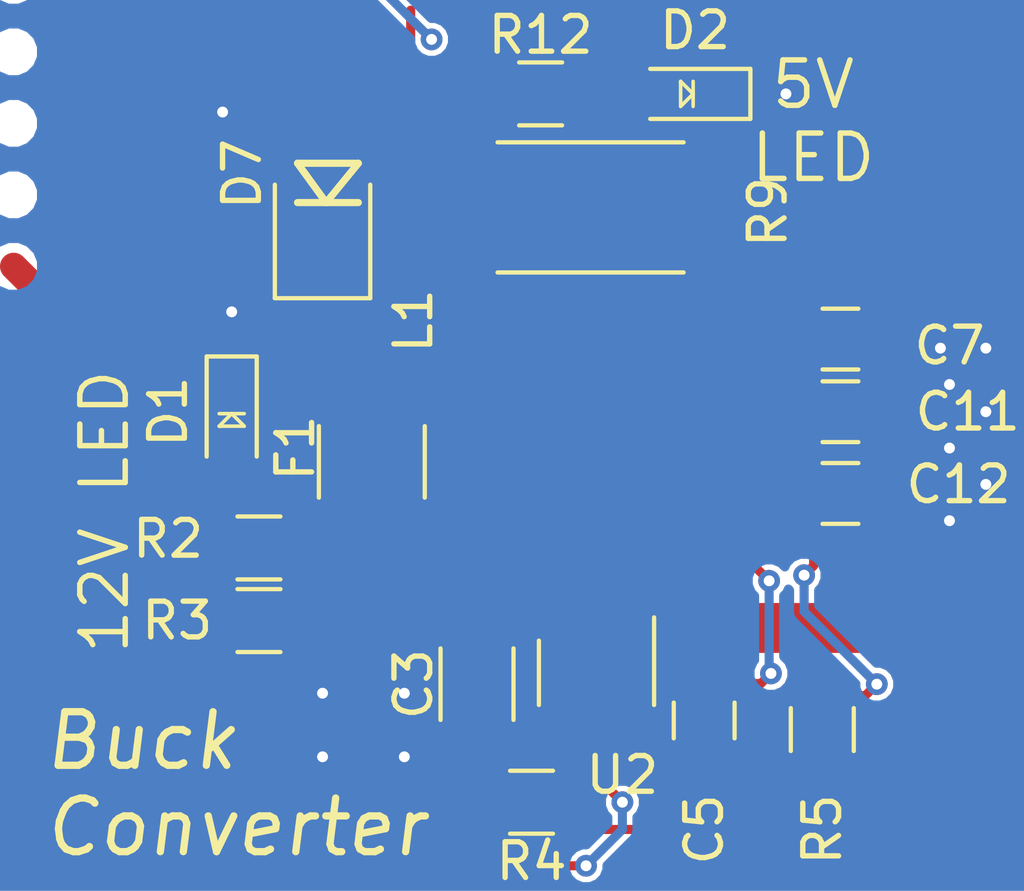
<source format=kicad_pcb>
(kicad_pcb (version 20171130) (host pcbnew 5.0.1-33cea8e~66~ubuntu18.04.1)

  (general
    (thickness 1.6)
    (drawings 3)
    (tracks 126)
    (zones 0)
    (modules 17)
    (nets 15)
  )

  (page A4)
  (layers
    (0 F.Cu signal)
    (31 B.Cu signal hide)
    (32 B.Adhes user)
    (33 F.Adhes user)
    (34 B.Paste user)
    (35 F.Paste user)
    (36 B.SilkS user hide)
    (37 F.SilkS user)
    (38 B.Mask user)
    (39 F.Mask user hide)
    (40 Dwgs.User user)
    (41 Cmts.User user)
    (42 Eco1.User user)
    (43 Eco2.User user)
    (44 Edge.Cuts user)
    (45 Margin user)
    (46 B.CrtYd user)
    (47 F.CrtYd user)
    (48 B.Fab user)
    (49 F.Fab user)
  )

  (setup
    (last_trace_width 0.1524)
    (user_trace_width 0.254)
    (user_trace_width 0.508)
    (user_trace_width 0.7)
    (user_trace_width 0.762)
    (user_trace_width 0.8)
    (user_trace_width 1.016)
    (trace_clearance 0.1524)
    (zone_clearance 0.1524)
    (zone_45_only no)
    (trace_min 0.1524)
    (segment_width 0.2)
    (edge_width 0.15)
    (via_size 0.6096)
    (via_drill 0.3048)
    (via_min_size 0.4)
    (via_min_drill 0.3)
    (uvia_size 0.3)
    (uvia_drill 0.1)
    (uvias_allowed no)
    (uvia_min_size 0)
    (uvia_min_drill 0)
    (pcb_text_width 0.3)
    (pcb_text_size 1.5 1.5)
    (mod_edge_width 0.15)
    (mod_text_size 1 1)
    (mod_text_width 0.15)
    (pad_size 3.3 8.2)
    (pad_drill 0)
    (pad_to_mask_clearance 0.2)
    (solder_mask_min_width 0.25)
    (aux_axis_origin 0 0)
    (visible_elements FFFFEF7F)
    (pcbplotparams
      (layerselection 0x010fc_ffffffff)
      (usegerberextensions true)
      (usegerberattributes false)
      (usegerberadvancedattributes false)
      (creategerberjobfile false)
      (excludeedgelayer true)
      (linewidth 0.100000)
      (plotframeref false)
      (viasonmask false)
      (mode 1)
      (useauxorigin false)
      (hpglpennumber 1)
      (hpglpenspeed 20)
      (hpglpendiameter 15.000000)
      (psnegative false)
      (psa4output false)
      (plotreference true)
      (plotvalue true)
      (plotinvisibletext false)
      (padsonsilk false)
      (subtractmaskfromsilk false)
      (outputformat 1)
      (mirror false)
      (drillshape 0)
      (scaleselection 1)
      (outputdirectory "Gerb/"))
  )

  (net 0 "")
  (net 1 GND)
  (net 2 VCC)
  (net 3 "Net-(D2-Pad2)")
  (net 4 /MISO)
  (net 5 /RXCAN)
  (net 6 /SCK)
  (net 7 /12V_Fused)
  (net 8 "Net-(C5-Pad1)")
  (net 9 "Net-(C5-Pad2)")
  (net 10 "Net-(C11-Pad1)")
  (net 11 "Net-(D1-Pad2)")
  (net 12 +12V)
  (net 13 "Net-(R3-Pad2)")
  (net 14 "Net-(R4-Pad1)")

  (net_class Default "This is the default net class."
    (clearance 0.1524)
    (trace_width 0.1524)
    (via_dia 0.6096)
    (via_drill 0.3048)
    (uvia_dia 0.3)
    (uvia_drill 0.1)
    (add_net +12V)
    (add_net /12V_Fused)
    (add_net /MISO)
    (add_net /RXCAN)
    (add_net /SCK)
    (add_net GND)
    (add_net "Net-(C11-Pad1)")
    (add_net "Net-(C5-Pad1)")
    (add_net "Net-(C5-Pad2)")
    (add_net "Net-(D1-Pad2)")
    (add_net "Net-(D2-Pad2)")
    (add_net "Net-(R3-Pad2)")
    (add_net "Net-(R4-Pad1)")
    (add_net VCC)
  )

  (module footprints:C_0805_OEM (layer F.Cu) (tedit 5B8D4D44) (tstamp 5B71716B)
    (at 144.78 110.236 90)
    (descr "Capacitor SMD 0805, reflow soldering, AVX (see smccp.pdf)")
    (tags "capacitor 0805")
    (path /59E048C8)
    (attr smd)
    (fp_text reference C5 (at -3.048 0 90) (layer F.SilkS)
      (effects (font (size 1 1) (thickness 0.15)))
    )
    (fp_text value C_0.1uF (at 0 1.75 90) (layer F.Fab) hide
      (effects (font (size 1 1) (thickness 0.15)))
    )
    (fp_line (start -1 0.62) (end -1 -0.62) (layer F.Fab) (width 0.1))
    (fp_line (start 1 0.62) (end -1 0.62) (layer F.Fab) (width 0.1))
    (fp_line (start 1 -0.62) (end 1 0.62) (layer F.Fab) (width 0.1))
    (fp_line (start -1 -0.62) (end 1 -0.62) (layer F.Fab) (width 0.1))
    (fp_line (start 0.5 -0.85) (end -0.5 -0.85) (layer F.SilkS) (width 0.12))
    (fp_line (start -0.5 0.85) (end 0.5 0.85) (layer F.SilkS) (width 0.12))
    (fp_line (start -1.75 -0.88) (end 1.75 -0.88) (layer F.CrtYd) (width 0.05))
    (fp_line (start -1.75 -0.88) (end -1.75 0.87) (layer F.CrtYd) (width 0.05))
    (fp_line (start 1.75 0.87) (end 1.75 -0.88) (layer F.CrtYd) (width 0.05))
    (fp_line (start 1.75 0.87) (end -1.75 0.87) (layer F.CrtYd) (width 0.05))
    (pad 1 smd rect (at -1 0 90) (size 1 1.25) (layers F.Cu F.Paste F.Mask)
      (net 8 "Net-(C5-Pad1)"))
    (pad 2 smd rect (at 1 0 90) (size 1 1.25) (layers F.Cu F.Paste F.Mask)
      (net 9 "Net-(C5-Pad2)"))
    (model /home/josh/Formula/OEM_Preferred_Parts/3DModels/C_0805_OEM/C_0805.wrl
      (at (xyz 0 0 0))
      (scale (xyz 1 1 1))
      (rotate (xyz 0 0 0))
    )
  )

  (module footprints:C_0805_OEM (layer F.Cu) (tedit 5B8C0436) (tstamp 5B7171CB)
    (at 148.59 101.6)
    (descr "Capacitor SMD 0805, reflow soldering, AVX (see smccp.pdf)")
    (tags "capacitor 0805")
    (path /5A79269E)
    (attr smd)
    (fp_text reference C11 (at 3.556 0) (layer F.SilkS)
      (effects (font (size 1 1) (thickness 0.15)))
    )
    (fp_text value C_1uF (at 0 1.75) (layer F.Fab) hide
      (effects (font (size 1 1) (thickness 0.15)))
    )
    (fp_line (start -1 0.62) (end -1 -0.62) (layer F.Fab) (width 0.1))
    (fp_line (start 1 0.62) (end -1 0.62) (layer F.Fab) (width 0.1))
    (fp_line (start 1 -0.62) (end 1 0.62) (layer F.Fab) (width 0.1))
    (fp_line (start -1 -0.62) (end 1 -0.62) (layer F.Fab) (width 0.1))
    (fp_line (start 0.5 -0.85) (end -0.5 -0.85) (layer F.SilkS) (width 0.12))
    (fp_line (start -0.5 0.85) (end 0.5 0.85) (layer F.SilkS) (width 0.12))
    (fp_line (start -1.75 -0.88) (end 1.75 -0.88) (layer F.CrtYd) (width 0.05))
    (fp_line (start -1.75 -0.88) (end -1.75 0.87) (layer F.CrtYd) (width 0.05))
    (fp_line (start 1.75 0.87) (end 1.75 -0.88) (layer F.CrtYd) (width 0.05))
    (fp_line (start 1.75 0.87) (end -1.75 0.87) (layer F.CrtYd) (width 0.05))
    (pad 1 smd rect (at -1 0) (size 1 1.25) (layers F.Cu F.Paste F.Mask)
      (net 10 "Net-(C11-Pad1)"))
    (pad 2 smd rect (at 1 0) (size 1 1.25) (layers F.Cu F.Paste F.Mask)
      (net 1 GND))
    (model /home/josh/Formula/OEM_Preferred_Parts/3DModels/C_0805_OEM/C_0805.wrl
      (at (xyz 0 0 0))
      (scale (xyz 1 1 1))
      (rotate (xyz 0 0 0))
    )
  )

  (module footprints:C_0805_OEM (layer F.Cu) (tedit 5B8C043A) (tstamp 5B7171DB)
    (at 148.59 103.886)
    (descr "Capacitor SMD 0805, reflow soldering, AVX (see smccp.pdf)")
    (tags "capacitor 0805")
    (path /5A79252F)
    (attr smd)
    (fp_text reference C12 (at 3.302 -0.254) (layer F.SilkS)
      (effects (font (size 1 1) (thickness 0.15)))
    )
    (fp_text value C_0.1uF (at 0 1.75) (layer F.Fab) hide
      (effects (font (size 1 1) (thickness 0.15)))
    )
    (fp_line (start -1 0.62) (end -1 -0.62) (layer F.Fab) (width 0.1))
    (fp_line (start 1 0.62) (end -1 0.62) (layer F.Fab) (width 0.1))
    (fp_line (start 1 -0.62) (end 1 0.62) (layer F.Fab) (width 0.1))
    (fp_line (start -1 -0.62) (end 1 -0.62) (layer F.Fab) (width 0.1))
    (fp_line (start 0.5 -0.85) (end -0.5 -0.85) (layer F.SilkS) (width 0.12))
    (fp_line (start -0.5 0.85) (end 0.5 0.85) (layer F.SilkS) (width 0.12))
    (fp_line (start -1.75 -0.88) (end 1.75 -0.88) (layer F.CrtYd) (width 0.05))
    (fp_line (start -1.75 -0.88) (end -1.75 0.87) (layer F.CrtYd) (width 0.05))
    (fp_line (start 1.75 0.87) (end 1.75 -0.88) (layer F.CrtYd) (width 0.05))
    (fp_line (start 1.75 0.87) (end -1.75 0.87) (layer F.CrtYd) (width 0.05))
    (pad 1 smd rect (at -1 0) (size 1 1.25) (layers F.Cu F.Paste F.Mask)
      (net 10 "Net-(C11-Pad1)"))
    (pad 2 smd rect (at 1 0) (size 1 1.25) (layers F.Cu F.Paste F.Mask)
      (net 1 GND))
    (model /home/josh/Formula/OEM_Preferred_Parts/3DModels/C_0805_OEM/C_0805.wrl
      (at (xyz 0 0 0))
      (scale (xyz 1 1 1))
      (rotate (xyz 0 0 0))
    )
  )

  (module footprints:LED_0805_OEM (layer F.Cu) (tedit 5B8D4D19) (tstamp 5B717259)
    (at 144.272 92.71 180)
    (descr "LED 0805 smd package")
    (tags "LED led 0805 SMD smd SMT smt smdled SMDLED smtled SMTLED")
    (path /59E0483A)
    (attr smd)
    (fp_text reference D2 (at -0.254 1.778) (layer F.SilkS)
      (effects (font (size 1 1) (thickness 0.15)))
    )
    (fp_text value LED_0805 (at 0.508 2.032 180) (layer F.Fab) hide
      (effects (font (size 1 1) (thickness 0.15)))
    )
    (fp_line (start -0.2 0.35) (end -0.2 0) (layer F.SilkS) (width 0.1))
    (fp_line (start -0.2 0) (end -0.2 -0.35) (layer F.SilkS) (width 0.1))
    (fp_line (start 0.15 0.35) (end -0.2 0) (layer F.SilkS) (width 0.1))
    (fp_line (start 0.15 0.3) (end 0.15 0.35) (layer F.SilkS) (width 0.1))
    (fp_line (start 0.15 0.35) (end 0.15 0.3) (layer F.SilkS) (width 0.1))
    (fp_line (start 0.15 -0.35) (end 0.15 0.3) (layer F.SilkS) (width 0.1))
    (fp_line (start 0.1 -0.3) (end 0.15 -0.35) (layer F.SilkS) (width 0.1))
    (fp_line (start -0.2 0) (end 0.1 -0.3) (layer F.SilkS) (width 0.1))
    (fp_line (start -1.8 -0.7) (end -1.8 0.7) (layer F.SilkS) (width 0.12))
    (fp_line (start 1 0.6) (end -1 0.6) (layer F.Fab) (width 0.1))
    (fp_line (start 1 -0.6) (end 1 0.6) (layer F.Fab) (width 0.1))
    (fp_line (start -1 -0.6) (end 1 -0.6) (layer F.Fab) (width 0.1))
    (fp_line (start -1 0.6) (end -1 -0.6) (layer F.Fab) (width 0.1))
    (fp_line (start -1.8 0.7) (end 1 0.7) (layer F.SilkS) (width 0.12))
    (fp_line (start -1.8 -0.7) (end 1 -0.7) (layer F.SilkS) (width 0.12))
    (fp_line (start 1.95 -0.85) (end 1.95 0.85) (layer F.CrtYd) (width 0.05))
    (fp_line (start 1.95 0.85) (end -1.95 0.85) (layer F.CrtYd) (width 0.05))
    (fp_line (start -1.95 0.85) (end -1.95 -0.85) (layer F.CrtYd) (width 0.05))
    (fp_line (start -1.95 -0.85) (end 1.95 -0.85) (layer F.CrtYd) (width 0.05))
    (pad 2 smd rect (at 1.1 0) (size 1.2 1.2) (layers F.Cu F.Paste F.Mask)
      (net 3 "Net-(D2-Pad2)"))
    (pad 1 smd rect (at -1.1 0) (size 1.2 1.2) (layers F.Cu F.Paste F.Mask)
      (net 1 GND))
    (model "/home/josh/Formula/OEM_Preferred_Parts/3DModels/LED_0805/LED 0805 Base GREEN001_sp.wrl"
      (at (xyz 0 0 0))
      (scale (xyz 1 1 1))
      (rotate (xyz 0 0 180))
    )
  )

  (module footprints:Fuse_1210 (layer F.Cu) (tedit 5B8D4D2C) (tstamp 5B7172CD)
    (at 135.4895 103.0025 270)
    (descr "Resistor SMD 1210, reflow soldering, Vishay (see dcrcw.pdf)")
    (tags "resistor 1210")
    (path /59E0A5CF)
    (attr smd)
    (fp_text reference F1 (at -0.3865 2.1395 90) (layer F.SilkS)
      (effects (font (size 1 1) (thickness 0.15)))
    )
    (fp_text value 500mA (at 0 2.4 270) (layer F.Fab) hide
      (effects (font (size 1 1) (thickness 0.15)))
    )
    (fp_line (start -1.6 1.25) (end -1.6 -1.25) (layer F.Fab) (width 0.1))
    (fp_line (start 1.6 1.25) (end -1.6 1.25) (layer F.Fab) (width 0.1))
    (fp_line (start 1.6 -1.25) (end 1.6 1.25) (layer F.Fab) (width 0.1))
    (fp_line (start -1.6 -1.25) (end 1.6 -1.25) (layer F.Fab) (width 0.1))
    (fp_line (start 1 1.48) (end -1 1.48) (layer F.SilkS) (width 0.12))
    (fp_line (start -1 -1.48) (end 1 -1.48) (layer F.SilkS) (width 0.12))
    (fp_line (start -2.15 -1.5) (end 2.15 -1.5) (layer F.CrtYd) (width 0.05))
    (fp_line (start -2.15 -1.5) (end -2.15 1.5) (layer F.CrtYd) (width 0.05))
    (fp_line (start 2.15 1.5) (end 2.15 -1.5) (layer F.CrtYd) (width 0.05))
    (fp_line (start 2.15 1.5) (end -2.15 1.5) (layer F.CrtYd) (width 0.05))
    (pad 1 smd rect (at -1.45 0 270) (size 0.9 2.5) (layers F.Cu F.Paste F.Mask)
      (net 12 +12V))
    (pad 2 smd rect (at 1.45 0 270) (size 0.9 2.5) (layers F.Cu F.Paste F.Mask)
      (net 7 /12V_Fused))
    (model /home/josh/Formula/OEM_Preferred_Parts/3DModels/Fuse_1210_OEM/Fuse1210.wrl
      (at (xyz 0 0 0))
      (scale (xyz 1 1 1))
      (rotate (xyz 0 0 0))
    )
  )

  (module footprints:4.7uH_Inductor_OEM (layer F.Cu) (tedit 5B8C0445) (tstamp 5B71730C)
    (at 141.7955 102.2985 90)
    (path /59E04875)
    (fp_text reference L1 (at 3.2385 -5.1435 90) (layer F.SilkS)
      (effects (font (size 1 1) (thickness 0.15)))
    )
    (fp_text value L_4.7uH (at 0 -5.08 90) (layer F.Fab) hide
      (effects (font (size 1 1) (thickness 0.15)))
    )
    (pad 1 smd rect (at -2.35 0 90) (size 3.3 8.2) (layers F.Cu F.Paste F.Mask)
      (net 9 "Net-(C5-Pad2)"))
    (pad 2 smd rect (at 2.35 0 90) (size 3.3 8.2) (layers F.Cu F.Paste F.Mask)
      (net 10 "Net-(C11-Pad1)"))
  )

  (module footprints:R_0805_OEM (layer F.Cu) (tedit 5B8D4D25) (tstamp 5B717343)
    (at 132.334 105.41 180)
    (descr "Resistor SMD 0805, reflow soldering, Vishay (see dcrcw.pdf)")
    (tags "resistor 0805")
    (path /59E0432B)
    (attr smd)
    (fp_text reference R2 (at 2.54 0.254 180) (layer F.SilkS)
      (effects (font (size 1 1) (thickness 0.15)))
    )
    (fp_text value R_1k (at 0 1.75 180) (layer F.Fab) hide
      (effects (font (size 1 1) (thickness 0.15)))
    )
    (fp_line (start -1 0.62) (end -1 -0.62) (layer F.Fab) (width 0.1))
    (fp_line (start 1 0.62) (end -1 0.62) (layer F.Fab) (width 0.1))
    (fp_line (start 1 -0.62) (end 1 0.62) (layer F.Fab) (width 0.1))
    (fp_line (start -1 -0.62) (end 1 -0.62) (layer F.Fab) (width 0.1))
    (fp_line (start 0.6 0.88) (end -0.6 0.88) (layer F.SilkS) (width 0.12))
    (fp_line (start -0.6 -0.88) (end 0.6 -0.88) (layer F.SilkS) (width 0.12))
    (fp_line (start -1.55 -0.9) (end 1.55 -0.9) (layer F.CrtYd) (width 0.05))
    (fp_line (start -1.55 -0.9) (end -1.55 0.9) (layer F.CrtYd) (width 0.05))
    (fp_line (start 1.55 0.9) (end 1.55 -0.9) (layer F.CrtYd) (width 0.05))
    (fp_line (start 1.55 0.9) (end -1.55 0.9) (layer F.CrtYd) (width 0.05))
    (pad 1 smd rect (at -0.95 0 180) (size 0.7 1.3) (layers F.Cu F.Paste F.Mask)
      (net 7 /12V_Fused))
    (pad 2 smd rect (at 0.95 0 180) (size 0.7 1.3) (layers F.Cu F.Paste F.Mask)
      (net 11 "Net-(D1-Pad2)"))
    (model "/home/josh/Formula/OEM_Preferred_Parts/3DModels/WRL Files/res0805.wrl"
      (at (xyz 0 0 0))
      (scale (xyz 1 1 1))
      (rotate (xyz 0 0 0))
    )
  )

  (module footprints:R_0805_OEM (layer F.Cu) (tedit 5B8D4D28) (tstamp 5B717353)
    (at 132.334 107.442 180)
    (descr "Resistor SMD 0805, reflow soldering, Vishay (see dcrcw.pdf)")
    (tags "resistor 0805")
    (path /59E042A3)
    (attr smd)
    (fp_text reference R3 (at 2.286 0) (layer F.SilkS)
      (effects (font (size 1 1) (thickness 0.15)))
    )
    (fp_text value R_10k (at 0 1.75 180) (layer F.Fab) hide
      (effects (font (size 1 1) (thickness 0.15)))
    )
    (fp_line (start -1 0.62) (end -1 -0.62) (layer F.Fab) (width 0.1))
    (fp_line (start 1 0.62) (end -1 0.62) (layer F.Fab) (width 0.1))
    (fp_line (start 1 -0.62) (end 1 0.62) (layer F.Fab) (width 0.1))
    (fp_line (start -1 -0.62) (end 1 -0.62) (layer F.Fab) (width 0.1))
    (fp_line (start 0.6 0.88) (end -0.6 0.88) (layer F.SilkS) (width 0.12))
    (fp_line (start -0.6 -0.88) (end 0.6 -0.88) (layer F.SilkS) (width 0.12))
    (fp_line (start -1.55 -0.9) (end 1.55 -0.9) (layer F.CrtYd) (width 0.05))
    (fp_line (start -1.55 -0.9) (end -1.55 0.9) (layer F.CrtYd) (width 0.05))
    (fp_line (start 1.55 0.9) (end 1.55 -0.9) (layer F.CrtYd) (width 0.05))
    (fp_line (start 1.55 0.9) (end -1.55 0.9) (layer F.CrtYd) (width 0.05))
    (pad 1 smd rect (at -0.95 0 180) (size 0.7 1.3) (layers F.Cu F.Paste F.Mask)
      (net 7 /12V_Fused))
    (pad 2 smd rect (at 0.95 0 180) (size 0.7 1.3) (layers F.Cu F.Paste F.Mask)
      (net 13 "Net-(R3-Pad2)"))
    (model "/home/josh/Formula/OEM_Preferred_Parts/3DModels/WRL Files/res0805.wrl"
      (at (xyz 0 0 0))
      (scale (xyz 1 1 1))
      (rotate (xyz 0 0 0))
    )
  )

  (module footprints:R_0805_OEM (layer F.Cu) (tedit 59F25131) (tstamp 5B7173E3)
    (at 140.208 92.71)
    (descr "Resistor SMD 0805, reflow soldering, Vishay (see dcrcw.pdf)")
    (tags "resistor 0805")
    (path /59E04401)
    (attr smd)
    (fp_text reference R12 (at 0 -1.65) (layer F.SilkS)
      (effects (font (size 1 1) (thickness 0.15)))
    )
    (fp_text value R_200 (at 0 1.75) (layer F.Fab) hide
      (effects (font (size 1 1) (thickness 0.15)))
    )
    (fp_line (start -1 0.62) (end -1 -0.62) (layer F.Fab) (width 0.1))
    (fp_line (start 1 0.62) (end -1 0.62) (layer F.Fab) (width 0.1))
    (fp_line (start 1 -0.62) (end 1 0.62) (layer F.Fab) (width 0.1))
    (fp_line (start -1 -0.62) (end 1 -0.62) (layer F.Fab) (width 0.1))
    (fp_line (start 0.6 0.88) (end -0.6 0.88) (layer F.SilkS) (width 0.12))
    (fp_line (start -0.6 -0.88) (end 0.6 -0.88) (layer F.SilkS) (width 0.12))
    (fp_line (start -1.55 -0.9) (end 1.55 -0.9) (layer F.CrtYd) (width 0.05))
    (fp_line (start -1.55 -0.9) (end -1.55 0.9) (layer F.CrtYd) (width 0.05))
    (fp_line (start 1.55 0.9) (end 1.55 -0.9) (layer F.CrtYd) (width 0.05))
    (fp_line (start 1.55 0.9) (end -1.55 0.9) (layer F.CrtYd) (width 0.05))
    (pad 1 smd rect (at -0.95 0) (size 0.7 1.3) (layers F.Cu F.Paste F.Mask)
      (net 2 VCC))
    (pad 2 smd rect (at 0.95 0) (size 0.7 1.3) (layers F.Cu F.Paste F.Mask)
      (net 3 "Net-(D2-Pad2)"))
    (model "/home/josh/Formula/OEM_Preferred_Parts/3DModels/WRL Files/res0805.wrl"
      (at (xyz 0 0 0))
      (scale (xyz 1 1 1))
      (rotate (xyz 0 0 0))
    )
  )

  (module footprints:SOT-23-6_OEM (layer F.Cu) (tedit 5B8D4D41) (tstamp 5B71743C)
    (at 141.7701 108.9025 270)
    (descr "6-pin SOT-23 package")
    (tags SOT-23-6)
    (path /59E04993)
    (attr smd)
    (fp_text reference U2 (at 2.8575 -0.7239) (layer F.SilkS)
      (effects (font (size 1 1) (thickness 0.15)))
    )
    (fp_text value TPS561201 (at 0 2.9 270) (layer F.Fab) hide
      (effects (font (size 1 1) (thickness 0.15)))
    )
    (fp_line (start -0.9 1.61) (end 0.9 1.61) (layer F.SilkS) (width 0.12))
    (fp_line (start 0.9 -1.61) (end -1.55 -1.61) (layer F.SilkS) (width 0.12))
    (fp_line (start 1.9 -1.8) (end -1.9 -1.8) (layer F.CrtYd) (width 0.05))
    (fp_line (start 1.9 1.8) (end 1.9 -1.8) (layer F.CrtYd) (width 0.05))
    (fp_line (start -1.9 1.8) (end 1.9 1.8) (layer F.CrtYd) (width 0.05))
    (fp_line (start -1.9 -1.8) (end -1.9 1.8) (layer F.CrtYd) (width 0.05))
    (fp_line (start -0.9 -0.9) (end -0.25 -1.55) (layer F.Fab) (width 0.1))
    (fp_line (start 0.9 -1.55) (end -0.25 -1.55) (layer F.Fab) (width 0.1))
    (fp_line (start -0.9 -0.9) (end -0.9 1.55) (layer F.Fab) (width 0.1))
    (fp_line (start 0.9 1.55) (end -0.9 1.55) (layer F.Fab) (width 0.1))
    (fp_line (start 0.9 -1.55) (end 0.9 1.55) (layer F.Fab) (width 0.1))
    (pad 1 smd rect (at -1.1 -0.95 270) (size 1.06 0.65) (layers F.Cu F.Paste F.Mask)
      (net 1 GND))
    (pad 2 smd rect (at -1.1 0 270) (size 1.06 0.65) (layers F.Cu F.Paste F.Mask)
      (net 9 "Net-(C5-Pad2)"))
    (pad 3 smd rect (at -1.1 0.95 270) (size 1.06 0.65) (layers F.Cu F.Paste F.Mask)
      (net 7 /12V_Fused))
    (pad 4 smd rect (at 1.1 0.95 270) (size 1.06 0.65) (layers F.Cu F.Paste F.Mask)
      (net 14 "Net-(R4-Pad1)"))
    (pad 6 smd rect (at 1.1 -0.95 270) (size 1.06 0.65) (layers F.Cu F.Paste F.Mask)
      (net 8 "Net-(C5-Pad1)"))
    (pad 5 smd rect (at 1.1 0 270) (size 1.06 0.65) (layers F.Cu F.Paste F.Mask)
      (net 13 "Net-(R3-Pad2)"))
    (model ${KISYS3DMOD}/TO_SOT_Packages_SMD.3dshapes/SOT-23-6.wrl
      (at (xyz 0 0 0))
      (scale (xyz 1 1 1))
      (rotate (xyz 0 0 0))
    )
  )

  (module footprints:C_1206_OEM (layer F.Cu) (tedit 5B8D4D32) (tstamp 5B8BECBA)
    (at 138.43 109.22 270)
    (descr "Capacitor SMD 1206, reflow soldering, AVX (see smccp.pdf)")
    (tags "capacitor 1206")
    (path /59E04907)
    (attr smd)
    (fp_text reference C3 (at 0 1.778 270) (layer F.SilkS)
      (effects (font (size 1 1) (thickness 0.15)))
    )
    (fp_text value C_22uF (at 0 2 270) (layer F.Fab) hide
      (effects (font (size 1 1) (thickness 0.15)))
    )
    (fp_line (start -1.6 0.8) (end -1.6 -0.8) (layer F.Fab) (width 0.1))
    (fp_line (start 1.6 0.8) (end -1.6 0.8) (layer F.Fab) (width 0.1))
    (fp_line (start 1.6 -0.8) (end 1.6 0.8) (layer F.Fab) (width 0.1))
    (fp_line (start -1.6 -0.8) (end 1.6 -0.8) (layer F.Fab) (width 0.1))
    (fp_line (start 1 -1.02) (end -1 -1.02) (layer F.SilkS) (width 0.12))
    (fp_line (start -1 1.02) (end 1 1.02) (layer F.SilkS) (width 0.12))
    (fp_line (start -2.25 -1.05) (end 2.25 -1.05) (layer F.CrtYd) (width 0.05))
    (fp_line (start -2.25 -1.05) (end -2.25 1.05) (layer F.CrtYd) (width 0.05))
    (fp_line (start 2.25 1.05) (end 2.25 -1.05) (layer F.CrtYd) (width 0.05))
    (fp_line (start 2.25 1.05) (end -2.25 1.05) (layer F.CrtYd) (width 0.05))
    (pad 1 smd rect (at -1.5 0 270) (size 1 1.6) (layers F.Cu F.Paste F.Mask)
      (net 7 /12V_Fused))
    (pad 2 smd rect (at 1.5 0 270) (size 1 1.6) (layers F.Cu F.Paste F.Mask)
      (net 1 GND))
    (model Capacitors_SMD.3dshapes/C_1206.wrl
      (at (xyz 0 0 0))
      (scale (xyz 1 1 1))
      (rotate (xyz 0 0 0))
    )
  )

  (module footprints:C_0805_OEM (layer F.Cu) (tedit 5B8C043E) (tstamp 5B8BECC9)
    (at 148.59 99.568)
    (descr "Capacitor SMD 0805, reflow soldering, AVX (see smccp.pdf)")
    (tags "capacitor 0805")
    (path /59E0494E)
    (attr smd)
    (fp_text reference C7 (at 3.052 0.183) (layer F.SilkS)
      (effects (font (size 1 1) (thickness 0.15)))
    )
    (fp_text value C_47uF (at 0 1.75) (layer F.Fab) hide
      (effects (font (size 1 1) (thickness 0.15)))
    )
    (fp_line (start -1 0.62) (end -1 -0.62) (layer F.Fab) (width 0.1))
    (fp_line (start 1 0.62) (end -1 0.62) (layer F.Fab) (width 0.1))
    (fp_line (start 1 -0.62) (end 1 0.62) (layer F.Fab) (width 0.1))
    (fp_line (start -1 -0.62) (end 1 -0.62) (layer F.Fab) (width 0.1))
    (fp_line (start 0.5 -0.85) (end -0.5 -0.85) (layer F.SilkS) (width 0.12))
    (fp_line (start -0.5 0.85) (end 0.5 0.85) (layer F.SilkS) (width 0.12))
    (fp_line (start -1.75 -0.88) (end 1.75 -0.88) (layer F.CrtYd) (width 0.05))
    (fp_line (start -1.75 -0.88) (end -1.75 0.87) (layer F.CrtYd) (width 0.05))
    (fp_line (start 1.75 0.87) (end 1.75 -0.88) (layer F.CrtYd) (width 0.05))
    (fp_line (start 1.75 0.87) (end -1.75 0.87) (layer F.CrtYd) (width 0.05))
    (pad 1 smd rect (at -1 0) (size 1 1.25) (layers F.Cu F.Paste F.Mask)
      (net 10 "Net-(C11-Pad1)"))
    (pad 2 smd rect (at 1 0) (size 1 1.25) (layers F.Cu F.Paste F.Mask)
      (net 1 GND))
    (model /home/josh/Formula/OEM_Preferred_Parts/3DModels/C_0805_OEM/C_0805.wrl
      (at (xyz 0 0 0))
      (scale (xyz 1 1 1))
      (rotate (xyz 0 0 0))
    )
  )

  (module footprints:LED_0805_OEM (layer F.Cu) (tedit 5B8D4D22) (tstamp 5B8BECF6)
    (at 131.572 101.854 270)
    (descr "LED 0805 smd package")
    (tags "LED led 0805 SMD smd SMT smt smdled SMDLED smtled SMTLED")
    (path /59E047E3)
    (attr smd)
    (fp_text reference D1 (at -0.254 1.778 270) (layer F.SilkS)
      (effects (font (size 1 1) (thickness 0.15)))
    )
    (fp_text value LED_0805 (at 0.508 2.032 270) (layer F.Fab) hide
      (effects (font (size 1 1) (thickness 0.15)))
    )
    (fp_line (start -0.2 0.35) (end -0.2 0) (layer F.SilkS) (width 0.1))
    (fp_line (start -0.2 0) (end -0.2 -0.35) (layer F.SilkS) (width 0.1))
    (fp_line (start 0.15 0.35) (end -0.2 0) (layer F.SilkS) (width 0.1))
    (fp_line (start 0.15 0.3) (end 0.15 0.35) (layer F.SilkS) (width 0.1))
    (fp_line (start 0.15 0.35) (end 0.15 0.3) (layer F.SilkS) (width 0.1))
    (fp_line (start 0.15 -0.35) (end 0.15 0.3) (layer F.SilkS) (width 0.1))
    (fp_line (start 0.1 -0.3) (end 0.15 -0.35) (layer F.SilkS) (width 0.1))
    (fp_line (start -0.2 0) (end 0.1 -0.3) (layer F.SilkS) (width 0.1))
    (fp_line (start -1.8 -0.7) (end -1.8 0.7) (layer F.SilkS) (width 0.12))
    (fp_line (start 1 0.6) (end -1 0.6) (layer F.Fab) (width 0.1))
    (fp_line (start 1 -0.6) (end 1 0.6) (layer F.Fab) (width 0.1))
    (fp_line (start -1 -0.6) (end 1 -0.6) (layer F.Fab) (width 0.1))
    (fp_line (start -1 0.6) (end -1 -0.6) (layer F.Fab) (width 0.1))
    (fp_line (start -1.8 0.7) (end 1 0.7) (layer F.SilkS) (width 0.12))
    (fp_line (start -1.8 -0.7) (end 1 -0.7) (layer F.SilkS) (width 0.12))
    (fp_line (start 1.95 -0.85) (end 1.95 0.85) (layer F.CrtYd) (width 0.05))
    (fp_line (start 1.95 0.85) (end -1.95 0.85) (layer F.CrtYd) (width 0.05))
    (fp_line (start -1.95 0.85) (end -1.95 -0.85) (layer F.CrtYd) (width 0.05))
    (fp_line (start -1.95 -0.85) (end 1.95 -0.85) (layer F.CrtYd) (width 0.05))
    (pad 2 smd rect (at 1.1 0 90) (size 1.2 1.2) (layers F.Cu F.Paste F.Mask)
      (net 11 "Net-(D1-Pad2)"))
    (pad 1 smd rect (at -1.1 0 90) (size 1.2 1.2) (layers F.Cu F.Paste F.Mask)
      (net 1 GND))
    (model "${LOCAL_DIR}/OEM_Preferred_Parts/3DModels/LED_0805/LED 0805 Base GREEN001_sp.wrl"
      (at (xyz 0 0 0))
      (scale (xyz 1 1 1))
      (rotate (xyz 0 0 180))
    )
  )

  (module footprints:DO-214AA (layer F.Cu) (tedit 5A59FDFB) (tstamp 5B8BED22)
    (at 134.112 95.25 90)
    (descr "http://www.diodes.com/datasheets/ap02001.pdf p.144")
    (tags "Diode SOD523")
    (path /59F253C2)
    (attr smd)
    (fp_text reference D7 (at 0.3 -2.25 90) (layer F.SilkS)
      (effects (font (size 1 1) (thickness 0.15)))
    )
    (fp_text value D_Zener_18V (at 0 2.286 90) (layer F.Fab) hide
      (effects (font (size 1 1) (thickness 0.15)))
    )
    (fp_line (start 0.6 1) (end -0.5 0.1) (layer F.SilkS) (width 0.2))
    (fp_line (start 0.6 -0.7) (end 0.6 1) (layer F.SilkS) (width 0.2))
    (fp_line (start -0.5 0.1) (end 0.6 -0.7) (layer F.SilkS) (width 0.2))
    (fp_line (start -0.5 -0.7) (end -0.5 1) (layer F.SilkS) (width 0.2))
    (fp_line (start -3.175 -1.3335) (end -3.175 1.3335) (layer F.SilkS) (width 0.12))
    (fp_line (start 3.302 -1.4605) (end 3.302 1.4605) (layer F.CrtYd) (width 0.05))
    (fp_line (start -3.302 -1.4605) (end 3.302 -1.4605) (layer F.CrtYd) (width 0.05))
    (fp_line (start -3.302 -1.4605) (end -3.302 1.4605) (layer F.CrtYd) (width 0.05))
    (fp_line (start -3.302 1.4605) (end 3.302 1.4605) (layer F.CrtYd) (width 0.05))
    (fp_line (start 2.3749 -1.9685) (end 2.3749 1.9685) (layer F.Fab) (width 0.1))
    (fp_line (start -2.3749 -1.9685) (end 2.3749 -1.9685) (layer F.Fab) (width 0.1))
    (fp_line (start -2.3749 -1.9685) (end -2.3749 1.9685) (layer F.Fab) (width 0.1))
    (fp_line (start 2.3749 1.9685) (end -2.3749 1.9685) (layer F.Fab) (width 0.1))
    (fp_line (start -3.175 1.3335) (end 0 1.3335) (layer F.SilkS) (width 0.12))
    (fp_line (start -3.175 -1.3335) (end 0 -1.3335) (layer F.SilkS) (width 0.12))
    (pad 2 smd rect (at 2.032 0 270) (size 1.778 2.159) (layers F.Cu F.Paste F.Mask)
      (net 1 GND))
    (pad 1 smd rect (at -2.032 0 270) (size 1.778 2.159) (layers F.Cu F.Paste F.Mask)
      (net 12 +12V))
    (model ${LOCAL_DIR}/OEM_Preferred_Parts/3DModels/DO_214AA_OEM/DO_214AA.wrl
      (at (xyz 0 0 0))
      (scale (xyz 1 1 1))
      (rotate (xyz 0 0 0))
    )
  )

  (module footprints:R_2512_OEM (layer F.Cu) (tedit 5B8D4D11) (tstamp 5B8BED94)
    (at 141.605 95.885)
    (descr "Resistor SMD 2512, reflow soldering, Vishay (see dcrcw.pdf)")
    (tags "resistor 2512")
    (path /59E0444E)
    (attr smd)
    (fp_text reference R9 (at 4.953 0.127 90) (layer F.SilkS)
      (effects (font (size 1 1) (thickness 0.15)))
    )
    (fp_text value R_0_Jumper (at 0 2.75) (layer F.Fab) hide
      (effects (font (size 1 1) (thickness 0.15)))
    )
    (fp_line (start -3.15 1.6) (end -3.15 -1.6) (layer F.Fab) (width 0.1))
    (fp_line (start 3.15 1.6) (end -3.15 1.6) (layer F.Fab) (width 0.1))
    (fp_line (start 3.15 -1.6) (end 3.15 1.6) (layer F.Fab) (width 0.1))
    (fp_line (start -3.15 -1.6) (end 3.15 -1.6) (layer F.Fab) (width 0.1))
    (fp_line (start 2.6 1.82) (end -2.6 1.82) (layer F.SilkS) (width 0.12))
    (fp_line (start -2.6 -1.82) (end 2.6 -1.82) (layer F.SilkS) (width 0.12))
    (fp_line (start -3.85 -1.85) (end 3.85 -1.85) (layer F.CrtYd) (width 0.05))
    (fp_line (start -3.85 -1.85) (end -3.85 1.85) (layer F.CrtYd) (width 0.05))
    (fp_line (start 3.85 1.85) (end 3.85 -1.85) (layer F.CrtYd) (width 0.05))
    (fp_line (start 3.85 1.85) (end -3.85 1.85) (layer F.CrtYd) (width 0.05))
    (pad 1 smd rect (at -3.1 0) (size 1 3.2) (layers F.Cu F.Paste F.Mask)
      (net 2 VCC))
    (pad 2 smd rect (at 3.1 0) (size 1 3.2) (layers F.Cu F.Paste F.Mask)
      (net 10 "Net-(C11-Pad1)"))
    (model ${KISYS3DMOD}/Resistors_SMD.3dshapes/R_2512.wrl
      (at (xyz 0 0 0))
      (scale (xyz 1 1 1))
      (rotate (xyz 0 0 0))
    )
  )

  (module footprints:R_0805_OEM (layer F.Cu) (tedit 59F25131) (tstamp 5B8BFC4E)
    (at 139.954 112.522 180)
    (descr "Resistor SMD 0805, reflow soldering, Vishay (see dcrcw.pdf)")
    (tags "resistor 0805")
    (path /59E042EA)
    (attr smd)
    (fp_text reference R4 (at 0 -1.65 180) (layer F.SilkS)
      (effects (font (size 1 1) (thickness 0.15)))
    )
    (fp_text value R_10k (at 0 1.75 180) (layer F.Fab) hide
      (effects (font (size 1 1) (thickness 0.15)))
    )
    (fp_line (start -1 0.62) (end -1 -0.62) (layer F.Fab) (width 0.1))
    (fp_line (start 1 0.62) (end -1 0.62) (layer F.Fab) (width 0.1))
    (fp_line (start 1 -0.62) (end 1 0.62) (layer F.Fab) (width 0.1))
    (fp_line (start -1 -0.62) (end 1 -0.62) (layer F.Fab) (width 0.1))
    (fp_line (start 0.6 0.88) (end -0.6 0.88) (layer F.SilkS) (width 0.12))
    (fp_line (start -0.6 -0.88) (end 0.6 -0.88) (layer F.SilkS) (width 0.12))
    (fp_line (start -1.55 -0.9) (end 1.55 -0.9) (layer F.CrtYd) (width 0.05))
    (fp_line (start -1.55 -0.9) (end -1.55 0.9) (layer F.CrtYd) (width 0.05))
    (fp_line (start 1.55 0.9) (end 1.55 -0.9) (layer F.CrtYd) (width 0.05))
    (fp_line (start 1.55 0.9) (end -1.55 0.9) (layer F.CrtYd) (width 0.05))
    (pad 1 smd rect (at -0.95 0 180) (size 0.7 1.3) (layers F.Cu F.Paste F.Mask)
      (net 14 "Net-(R4-Pad1)"))
    (pad 2 smd rect (at 0.95 0 180) (size 0.7 1.3) (layers F.Cu F.Paste F.Mask)
      (net 1 GND))
    (model "/home/josh/Formula/OEM_Preferred_Parts/3DModels/WRL Files/res0805.wrl"
      (at (xyz 0 0 0))
      (scale (xyz 1 1 1))
      (rotate (xyz 0 0 0))
    )
  )

  (module footprints:R_0805_OEM (layer F.Cu) (tedit 5B8D4D48) (tstamp 5B8BFC5E)
    (at 148.082 110.49 90)
    (descr "Resistor SMD 0805, reflow soldering, Vishay (see dcrcw.pdf)")
    (tags "resistor 0805")
    (path /59E0438C)
    (attr smd)
    (fp_text reference R5 (at -2.794 0 90) (layer F.SilkS)
      (effects (font (size 1 1) (thickness 0.15)))
    )
    (fp_text value R_51.1k (at 0 1.75 90) (layer F.Fab) hide
      (effects (font (size 1 1) (thickness 0.15)))
    )
    (fp_line (start -1 0.62) (end -1 -0.62) (layer F.Fab) (width 0.1))
    (fp_line (start 1 0.62) (end -1 0.62) (layer F.Fab) (width 0.1))
    (fp_line (start 1 -0.62) (end 1 0.62) (layer F.Fab) (width 0.1))
    (fp_line (start -1 -0.62) (end 1 -0.62) (layer F.Fab) (width 0.1))
    (fp_line (start 0.6 0.88) (end -0.6 0.88) (layer F.SilkS) (width 0.12))
    (fp_line (start -0.6 -0.88) (end 0.6 -0.88) (layer F.SilkS) (width 0.12))
    (fp_line (start -1.55 -0.9) (end 1.55 -0.9) (layer F.CrtYd) (width 0.05))
    (fp_line (start -1.55 -0.9) (end -1.55 0.9) (layer F.CrtYd) (width 0.05))
    (fp_line (start 1.55 0.9) (end 1.55 -0.9) (layer F.CrtYd) (width 0.05))
    (fp_line (start 1.55 0.9) (end -1.55 0.9) (layer F.CrtYd) (width 0.05))
    (pad 1 smd rect (at -0.95 0 90) (size 0.7 1.3) (layers F.Cu F.Paste F.Mask)
      (net 14 "Net-(R4-Pad1)"))
    (pad 2 smd rect (at 0.95 0 90) (size 0.7 1.3) (layers F.Cu F.Paste F.Mask)
      (net 10 "Net-(C11-Pad1)"))
    (model "/home/josh/Formula/OEM_Preferred_Parts/3DModels/WRL Files/res0805.wrl"
      (at (xyz 0 0 0))
      (scale (xyz 1 1 1))
      (rotate (xyz 0 0 0))
    )
  )

  (gr_text "Buck\nConverter" (at 126.238 112.014) (layer F.SilkS) (tstamp 5B994C0B)
    (effects (font (size 1.5 1.5) (thickness 0.2032) italic) (justify left))
  )
  (gr_text "5V\nLED" (at 147.828 93.472) (layer F.SilkS)
    (effects (font (size 1.27 1.27) (thickness 0.1524)))
  )
  (gr_text "12V LED" (at 128.016 104.394 90) (layer F.SilkS)
    (effects (font (size 1.27 1.27) (thickness 0.1524)))
  )

  (segment (start 138.938 92.71) (end 137.668 92.71) (width 0.254) (layer B.Cu) (net 1))
  (segment (start 139.192 92.456) (end 138.938 92.71) (width 0.254) (layer B.Cu) (net 1))
  (segment (start 138.684 92.456) (end 139.192 92.456) (width 0.254) (layer B.Cu) (net 1))
  (segment (start 138.43 92.202) (end 138.684 92.456) (width 0.254) (layer B.Cu) (net 1))
  (segment (start 138.176 92.202) (end 138.43 92.202) (width 0.254) (layer B.Cu) (net 1))
  (segment (start 137.414 92.202) (end 138.176 92.202) (width 0.254) (layer B.Cu) (net 1))
  (segment (start 137.16 92.202) (end 137.414 92.202) (width 0.254) (layer B.Cu) (net 1))
  (segment (start 134.112 93.218) (end 131.318 93.218) (width 0.254) (layer F.Cu) (net 1))
  (via (at 131.318 93.218) (size 0.6096) (drill 0.3048) (layers F.Cu B.Cu) (net 1))
  (segment (start 145.372 92.71) (end 147.066 92.71) (width 0.254) (layer F.Cu) (net 1))
  (via (at 147.066 92.71) (size 0.6096) (drill 0.3048) (layers F.Cu B.Cu) (net 1))
  (segment (start 139.004 112.522) (end 139.004 111.294) (width 0.254) (layer F.Cu) (net 1))
  (segment (start 139.004 111.294) (end 138.43 110.72) (width 0.254) (layer F.Cu) (net 1))
  (segment (start 134.112 93.218) (end 134.3025 93.218) (width 0.254) (layer F.Cu) (net 1))
  (segment (start 138.43 110.72) (end 136.93 110.72) (width 0.254) (layer F.Cu) (net 1))
  (via (at 136.398 109.474) (size 0.6096) (drill 0.3048) (layers F.Cu B.Cu) (net 1))
  (segment (start 134.112 109.474) (end 136.398 109.474) (width 0.254) (layer B.Cu) (net 1) (tstamp 5B8C38E6))
  (via (at 134.112 109.474) (size 0.6096) (drill 0.3048) (layers F.Cu B.Cu) (net 1))
  (segment (start 134.112 111.252) (end 134.112 109.474) (width 0.254) (layer F.Cu) (net 1) (tstamp 5B8C38E3))
  (via (at 134.112 111.252) (size 0.6096) (drill 0.3048) (layers F.Cu B.Cu) (net 1))
  (segment (start 136.398 111.252) (end 134.112 111.252) (width 0.254) (layer B.Cu) (net 1) (tstamp 5B8C38E0))
  (via (at 136.398 111.252) (size 0.6096) (drill 0.3048) (layers F.Cu B.Cu) (net 1))
  (segment (start 136.93 110.72) (end 136.398 111.252) (width 0.254) (layer F.Cu) (net 1) (tstamp 5B8C38DE))
  (segment (start 151.384 99.822) (end 152.654 99.822) (width 0.254) (layer F.Cu) (net 1))
  (segment (start 151.13 99.568) (end 151.384 99.822) (width 0.254) (layer F.Cu) (net 1) (tstamp 5B8C38B1))
  (via (at 151.384 99.822) (size 0.6096) (drill 0.3048) (layers F.Cu B.Cu) (net 1))
  (segment (start 149.59 99.568) (end 151.13 99.568) (width 0.254) (layer F.Cu) (net 1))
  (segment (start 151.892 104.902) (end 151.892 105.918) (width 0.254) (layer F.Cu) (net 1) (tstamp 5B8C38D4))
  (segment (start 151.638 104.648) (end 151.892 104.902) (width 0.254) (layer F.Cu) (net 1) (tstamp 5B8C38D3))
  (via (at 151.638 104.648) (size 0.6096) (drill 0.3048) (layers F.Cu B.Cu) (net 1))
  (segment (start 152.654 103.632) (end 151.638 104.648) (width 0.254) (layer B.Cu) (net 1) (tstamp 5B8C38D0))
  (via (at 152.654 103.632) (size 0.6096) (drill 0.3048) (layers F.Cu B.Cu) (net 1))
  (segment (start 151.638 102.616) (end 152.654 103.632) (width 0.254) (layer F.Cu) (net 1) (tstamp 5B8C38CD))
  (via (at 151.638 102.616) (size 0.6096) (drill 0.3048) (layers F.Cu B.Cu) (net 1))
  (segment (start 152.654 101.6) (end 151.638 102.616) (width 0.254) (layer B.Cu) (net 1) (tstamp 5B8C38CA))
  (via (at 152.654 101.6) (size 0.6096) (drill 0.3048) (layers F.Cu B.Cu) (net 1))
  (segment (start 152.4 101.6) (end 152.654 101.6) (width 0.254) (layer F.Cu) (net 1) (tstamp 5B8C38C8))
  (segment (start 151.638 100.838) (end 152.4 101.6) (width 0.254) (layer F.Cu) (net 1) (tstamp 5B8C38C7))
  (via (at 151.638 100.838) (size 0.6096) (drill 0.3048) (layers F.Cu B.Cu) (net 1))
  (segment (start 152.654 99.822) (end 151.638 100.838) (width 0.254) (layer B.Cu) (net 1) (tstamp 5B8C38C4))
  (via (at 152.654 99.822) (size 0.6096) (drill 0.3048) (layers F.Cu B.Cu) (net 1))
  (segment (start 131.572 100.754) (end 131.572 98.806) (width 0.254) (layer F.Cu) (net 1))
  (via (at 131.572 98.806) (size 0.6096) (drill 0.3048) (layers F.Cu B.Cu) (net 1))
  (via (at 137.16 91.186) (size 0.6096) (drill 0.3048) (layers F.Cu B.Cu) (net 1))
  (segment (start 128.462366 82.488366) (end 137.16 91.186) (width 0.254) (layer B.Cu) (net 1))
  (segment (start 122.859799 73.686417) (end 122.859799 72.720201) (width 0.254) (layer B.Cu) (net 1))
  (segment (start 124.658783 75.485401) (end 122.859799 73.686417) (width 0.254) (layer B.Cu) (net 1))
  (segment (start 125.777401 75.485401) (end 124.658783 75.485401) (width 0.254) (layer B.Cu) (net 1))
  (segment (start 128.462366 82.488366) (end 128.462366 78.170366) (width 0.254) (layer B.Cu) (net 1))
  (segment (start 128.462366 78.170366) (end 125.777401 75.485401) (width 0.254) (layer B.Cu) (net 1))
  (segment (start 123.461799 72.720201) (end 125.476 70.706) (width 0.254) (layer B.Cu) (net 1))
  (segment (start 122.859799 72.720201) (end 123.461799 72.720201) (width 0.254) (layer B.Cu) (net 1))
  (segment (start 139.258 92.71) (end 137.819382 92.71) (width 0.254) (layer F.Cu) (net 2))
  (segment (start 137.819382 92.71) (end 136.575799 91.466417) (width 0.254) (layer F.Cu) (net 2))
  (segment (start 136.575799 91.466417) (end 136.575799 90.368081) (width 0.254) (layer F.Cu) (net 2))
  (segment (start 139.7 79.248) (end 136.144 79.248) (width 0.254) (layer B.Cu) (net 2))
  (segment (start 136.144 79.248) (end 134.874 80.518) (width 0.254) (layer B.Cu) (net 2))
  (segment (start 150.114 84.582) (end 150.876 83.82) (width 0.254) (layer B.Cu) (net 2))
  (segment (start 150.876 83.82) (end 155.956 83.82) (width 0.254) (layer B.Cu) (net 2))
  (segment (start 138.505 95.885) (end 138.505 92.859) (width 0.254) (layer F.Cu) (net 2))
  (segment (start 138.505 92.859) (end 138.654 92.71) (width 0.254) (layer F.Cu) (net 2))
  (segment (start 138.654 92.71) (end 139.258 92.71) (width 0.254) (layer F.Cu) (net 2))
  (segment (start 141.158 92.71) (end 143.172 92.71) (width 0.254) (layer F.Cu) (net 3))
  (segment (start 139.954 81.026) (end 139.446 80.518) (width 0.254) (layer B.Cu) (net 4))
  (segment (start 139.446 80.518) (end 137.414 80.518) (width 0.254) (layer B.Cu) (net 4))
  (segment (start 142.4272 85.979) (end 145.288 88.8398) (width 0.254) (layer B.Cu) (net 5))
  (segment (start 145.288 88.8398) (end 145.288 88.9) (width 0.254) (layer B.Cu) (net 5))
  (segment (start 145.542 82.042) (end 141.478 77.978) (width 0.254) (layer B.Cu) (net 6))
  (segment (start 141.478 77.978) (end 137.414 77.978) (width 0.254) (layer B.Cu) (net 6))
  (segment (start 139.0201 107.8025) (end 138.9701 107.8525) (width 0.6) (layer F.Cu) (net 7) (tstamp 5B7F0A03) (status 30))
  (segment (start 142.7201 110.0025) (end 142.7201 110.7161) (width 0.254) (layer F.Cu) (net 8))
  (segment (start 143.24 111.236) (end 144.78 111.236) (width 0.254) (layer F.Cu) (net 8) (tstamp 5B8BF853))
  (segment (start 142.7201 110.7161) (end 143.24 111.236) (width 0.254) (layer F.Cu) (net 8) (tstamp 5B8BF852))
  (segment (start 144.5895 109.2025) (end 146.3645 109.2025) (width 0.254) (layer F.Cu) (net 9))
  (segment (start 146.3645 109.2025) (end 146.6469 108.9201) (width 0.254) (layer F.Cu) (net 9) (tstamp 5B7F7FD5))
  (via (at 146.6469 108.9201) (size 0.6096) (drill 0.3048) (layers F.Cu B.Cu) (net 9))
  (segment (start 146.5961 108.8693) (end 146.5961 106.3293) (width 0.254) (layer B.Cu) (net 9) (tstamp 5B7F7FEF))
  (segment (start 146.6469 108.9201) (end 146.5961 108.8693) (width 0.254) (layer B.Cu) (net 9) (tstamp 5B7F7FEE))
  (via (at 146.5961 106.3293) (size 0.6096) (drill 0.3048) (layers F.Cu B.Cu) (net 9))
  (segment (start 146.5961 106.3293) (end 144.9153 104.6485) (width 0.254) (layer F.Cu) (net 9) (tstamp 5B7F7FF1))
  (segment (start 144.9153 104.6485) (end 143.51 105.41) (width 0.254) (layer F.Cu) (net 9) (tstamp 5B7F7FF2))
  (segment (start 145.2865 104.6485) (end 143.51 105.41) (width 0.254) (layer F.Cu) (net 9) (tstamp 5B7F3033) (status 30))
  (segment (start 143.4846 105.4354) (end 143.51 105.41) (width 0.8) (layer F.Cu) (net 9) (tstamp 5B7F2FC1) (status 30))
  (segment (start 143.4846 105.4354) (end 143.51 105.41) (width 0.7) (layer F.Cu) (net 9) (tstamp 5B7F2F28) (status 30))
  (segment (start 143.4846 105.4354) (end 143.51 105.41) (width 0.6) (layer F.Cu) (net 9) (tstamp 5B7F2F1D) (status 30))
  (segment (start 143.4846 105.4354) (end 143.51 105.41) (width 0.5) (layer F.Cu) (net 9) (tstamp 5B7F0240) (status 30))
  (segment (start 143.4846 105.4354) (end 143.51 105.41) (width 0.25) (layer F.Cu) (net 9) (tstamp 5B7F0239) (status 30))
  (segment (start 143.4846 105.4354) (end 143.51 105.41) (width 0.25) (layer F.Cu) (net 9) (tstamp 5B7F02B7) (status 30))
  (segment (start 143.4846 105.4354) (end 143.51 105.41) (width 0.7) (layer F.Cu) (net 9) (tstamp 5B7F02C1) (status 30))
  (segment (start 143.4846 105.4354) (end 143.51 105.41) (width 0.6) (layer F.Cu) (net 9) (tstamp 5B7F02C7) (status 30))
  (segment (start 143.4846 105.4354) (end 143.51 105.41) (width 0.25) (layer F.Cu) (net 9) (tstamp 5B7F0235) (status 30))
  (segment (start 148.082 109.54) (end 149.286 109.54) (width 0.254) (layer F.Cu) (net 10))
  (segment (start 147.84 105.906) (end 147.84 104.211) (width 0.254) (layer F.Cu) (net 10) (tstamp 5B8BFE1D))
  (segment (start 147.574 106.172) (end 147.84 105.906) (width 0.254) (layer F.Cu) (net 10) (tstamp 5B8BFE1C))
  (via (at 147.574 106.172) (size 0.6096) (drill 0.3048) (layers F.Cu B.Cu) (net 10))
  (segment (start 147.574 107.188) (end 147.574 106.172) (width 0.254) (layer B.Cu) (net 10) (tstamp 5B8BFE19))
  (segment (start 149.606 109.22) (end 147.574 107.188) (width 0.254) (layer B.Cu) (net 10) (tstamp 5B8BFE18))
  (via (at 149.606 109.22) (size 0.6096) (drill 0.3048) (layers F.Cu B.Cu) (net 10))
  (segment (start 149.286 109.54) (end 149.606 109.22) (width 0.254) (layer F.Cu) (net 10) (tstamp 5B8BFE16))
  (segment (start 141.978 99.766) (end 141.7955 99.9485) (width 0.8) (layer F.Cu) (net 10) (tstamp 5B7F024E) (status 30))
  (segment (start 145.3635 99.9485) (end 141.7955 99.9485) (width 0.8) (layer F.Cu) (net 10) (tstamp 5B7F024B) (status 30))
  (segment (start 147.34 104.853) (end 147.34 104.211) (width 0.3) (layer F.Cu) (net 10) (tstamp 5B7F0CD7) (status 30))
  (segment (start 131.384 105.41) (end 131.384 103.142) (width 0.254) (layer F.Cu) (net 11))
  (segment (start 131.384 103.142) (end 131.572 102.954) (width 0.254) (layer F.Cu) (net 11) (tstamp 5B8BFE62))
  (segment (start 135.4895 101.5525) (end 135.4895 98.469) (width 0.254) (layer F.Cu) (net 12))
  (segment (start 135.4895 98.469) (end 134.3025 97.282) (width 0.254) (layer F.Cu) (net 12))
  (segment (start 134.3025 97.282) (end 134.112 97.282) (width 0.254) (layer F.Cu) (net 12))
  (segment (start 125.986 98.044) (end 125.476 97.534) (width 0.762) (layer F.Cu) (net 12))
  (segment (start 131.064 98.044) (end 125.986 98.044) (width 0.762) (layer F.Cu) (net 12))
  (segment (start 134.112 97.282) (end 131.826 97.282) (width 0.762) (layer F.Cu) (net 12))
  (segment (start 131.826 97.282) (end 131.064 98.044) (width 0.762) (layer F.Cu) (net 12))
  (segment (start 131.384 107.442) (end 131.384 112.08) (width 0.254) (layer F.Cu) (net 13))
  (segment (start 141.7701 111.7981) (end 141.7701 110.0025) (width 0.254) (layer F.Cu) (net 13) (tstamp 5B8C07DF))
  (segment (start 142.494 112.522) (end 141.7701 111.7981) (width 0.254) (layer F.Cu) (net 13) (tstamp 5B8C07DE))
  (via (at 142.494 112.522) (size 0.6096) (drill 0.3048) (layers F.Cu B.Cu) (net 13))
  (segment (start 142.494 113.284) (end 142.494 112.522) (width 0.254) (layer B.Cu) (net 13) (tstamp 5B8C07DC))
  (segment (start 141.478 114.3) (end 142.494 113.284) (width 0.254) (layer B.Cu) (net 13) (tstamp 5B8C07DB))
  (via (at 141.478 114.3) (size 0.6096) (drill 0.3048) (layers F.Cu B.Cu) (net 13))
  (segment (start 133.604 114.3) (end 141.478 114.3) (width 0.254) (layer F.Cu) (net 13) (tstamp 5B8C07D8))
  (segment (start 131.384 112.08) (end 133.604 114.3) (width 0.254) (layer F.Cu) (net 13) (tstamp 5B8C07D6))
  (segment (start 140.8201 110.0025) (end 140.8201 112.3721) (width 0.254) (layer F.Cu) (net 14))
  (segment (start 148.082 112.522) (end 148.082 111.44) (width 0.254) (layer F.Cu) (net 14) (tstamp 5B8BFE13))
  (segment (start 147.32 113.284) (end 148.082 112.522) (width 0.254) (layer F.Cu) (net 14) (tstamp 5B8BFE12))
  (segment (start 141.732 113.284) (end 147.32 113.284) (width 0.254) (layer F.Cu) (net 14) (tstamp 5B8BFE11))
  (segment (start 140.8201 112.3721) (end 141.732 113.284) (width 0.254) (layer F.Cu) (net 14) (tstamp 5B8BFE0F))
  (segment (start 140.809 110.0136) (end 140.8201 110.0025) (width 0.254) (layer F.Cu) (net 14) (tstamp 5B7F82B9))

  (zone (net 2) (net_name VCC) (layer F.Cu) (tstamp 5B994CC1) (hatch edge 0.508)
    (connect_pads yes (clearance 0.508))
    (min_thickness 0.254)
    (fill yes (arc_segments 16) (thermal_gap 0.508) (thermal_bridge_width 0.508))
    (polygon
      (pts
        (xy 139.359 97.458) (xy 138.159 97.458) (xy 137.059 96.358) (xy 137.059 91.758) (xy 139.359 91.758)
      )
    )
    (filled_polygon
      (pts
        (xy 139.232 97.331) (xy 138.211606 97.331) (xy 137.186 96.305394) (xy 137.186 92.1258) (xy 137.346938 92.1258)
        (xy 137.692354 91.982724) (xy 137.727078 91.948) (xy 139.232 91.948)
      )
    )
  )
  (zone (net 12) (net_name +12V) (layer F.Cu) (tstamp 5B994CBE) (hatch edge 0.508)
    (connect_pads yes (clearance 0.508))
    (min_thickness 0.254)
    (fill yes (arc_segments 16) (thermal_gap 0.508) (thermal_bridge_width 0.508))
    (polygon
      (pts
        (xy 136.859 97.258) (xy 136.859 102.058) (xy 134.059 102.058) (xy 134.059 96.058) (xy 135.659 96.058)
      )
    )
    (filled_polygon
      (pts
        (xy 136.732 97.310606) (xy 136.732 101.931) (xy 134.186 101.931) (xy 134.186 96.185) (xy 135.606394 96.185)
      )
    )
  )
  (zone (net 7) (net_name /12V_Fused) (layer F.Cu) (tstamp 5B994CBB) (hatch edge 0.508)
    (connect_pads yes (clearance 0.1524))
    (min_thickness 0.254)
    (fill yes (arc_segments 16) (thermal_gap 0.508) (thermal_bridge_width 0.508))
    (polygon
      (pts
        (xy 133.059 104.858) (xy 133.059 108.258) (xy 140.359 108.258) (xy 141.159 108.258) (xy 141.159 107.158)
        (xy 140.609 106.858) (xy 137.409 106.858) (xy 136.859 106.308) (xy 136.859 104.008) (xy 133.059 104.008)
      )
    )
    (filled_polygon
      (pts
        (xy 136.732 106.308) (xy 136.741667 106.356601) (xy 136.769197 106.397803) (xy 137.319197 106.947803) (xy 137.360399 106.975333)
        (xy 137.409 106.985) (xy 140.576615 106.985) (xy 141.032 107.233392) (xy 141.032 108.131) (xy 133.186 108.131)
        (xy 133.186 104.135) (xy 136.732 104.135)
      )
    )
  )
  (zone (net 1) (net_name GND) (layer F.Cu) (tstamp 5B994CB8) (hatch edge 0.508)
    (connect_pads yes (clearance 0.1524))
    (min_thickness 0.254)
    (fill yes (arc_segments 16) (thermal_gap 0.508) (thermal_bridge_width 0.508))
    (polygon
      (pts
        (xy 153.43 108.347) (xy 143.1938 108.347) (xy 143.1938 109.236) (xy 140.0696 109.236) (xy 139.841 109.5916)
        (xy 139.841 110.379) (xy 139.333 110.887) (xy 139.333 112.411) (xy 132.856 112.411) (xy 132.856 108.4994)
        (xy 142.381 108.4994) (xy 142.381 106.95) (xy 148.3741 106.95) (xy 148.3741 98.7093) (xy 149.747 98.7093)
        (xy 149.747 98.695) (xy 153.43 98.695)
      )
    )
    (filled_polygon
      (pts
        (xy 153.303 108.22) (xy 143.1938 108.22) (xy 143.145199 108.229667) (xy 143.103997 108.257197) (xy 143.076467 108.298399)
        (xy 143.0668 108.347) (xy 143.0668 109.109) (xy 140.0696 109.109) (xy 140.020999 109.118667) (xy 139.979797 109.146197)
        (xy 139.96277 109.167324) (xy 139.73417 109.522924) (xy 139.714 109.5916) (xy 139.714 110.326394) (xy 139.243197 110.797197)
        (xy 139.215667 110.838399) (xy 139.206 110.887) (xy 139.206 112.284) (xy 132.983 112.284) (xy 132.983 108.6264)
        (xy 142.381 108.6264) (xy 142.429601 108.616733) (xy 142.470803 108.589203) (xy 142.498333 108.548001) (xy 142.508 108.4994)
        (xy 142.508 107.077) (xy 148.3741 107.077) (xy 148.422701 107.067333) (xy 148.463903 107.039803) (xy 148.491433 106.998601)
        (xy 148.5011 106.95) (xy 148.5011 98.8363) (xy 149.747 98.8363) (xy 149.795601 98.826633) (xy 149.802535 98.822)
        (xy 153.303 98.822)
      )
    )
  )
  (zone (net 9) (net_name "Net-(C5-Pad2)") (layer F.Cu) (tstamp 5B994CB5) (hatch edge 0.508)
    (connect_pads yes (clearance 0.1524))
    (min_thickness 0.254)
    (fill yes (arc_segments 16) (thermal_gap 0.508) (thermal_bridge_width 0.508))
    (polygon
      (pts
        (xy 145.8849 106.2785) (xy 142.8369 106.2785) (xy 142.0879 106.927633) (xy 142.0635 106.95) (xy 142.0635 108.2835)
        (xy 141.4285 108.2835) (xy 141.4285 106.95) (xy 140.390727 106.2785) (xy 137.7061 106.2785) (xy 137.7061 103.0273)
        (xy 145.8849 103.0273)
      )
    )
    (filled_polygon
      (pts
        (xy 145.7579 106.1515) (xy 142.8369 106.1515) (xy 142.788299 106.161167) (xy 142.753724 106.182527) (xy 142.004724 106.83166)
        (xy 142.002082 106.834015) (xy 141.977682 106.856382) (xy 141.948389 106.896349) (xy 141.9365 106.95) (xy 141.9365 108.1565)
        (xy 141.5555 108.1565) (xy 141.5555 106.95) (xy 141.545833 106.901399) (xy 141.518303 106.860197) (xy 141.497493 106.843375)
        (xy 140.45972 106.171875) (xy 140.390727 106.1515) (xy 137.8331 106.1515) (xy 137.8331 103.1543) (xy 145.7579 103.1543)
      )
    )
  )
  (zone (net 10) (net_name "Net-(C11-Pad1)") (layer F.Cu) (tstamp 5B994CB2) (hatch edge 0.508)
    (connect_pads yes (clearance 0.1524))
    (min_thickness 0.254)
    (fill yes (arc_segments 16) (thermal_gap 0.508) (thermal_bridge_width 0.508))
    (polygon
      (pts
        (xy 147.8661 105.0085) (xy 146.2151 105.0085) (xy 146.2151 102.7225) (xy 145.1991 101.7065) (xy 137.7061 101.7065)
        (xy 137.7061 98.2775) (xy 139.3571 98.2775) (xy 140.1191 97.5155) (xy 140.1191 93.9595) (xy 147.8661 93.9595)
      )
    )
    (filled_polygon
      (pts
        (xy 147.7391 104.8815) (xy 146.3421 104.8815) (xy 146.3421 102.7225) (xy 146.332433 102.673899) (xy 146.304903 102.632697)
        (xy 145.288903 101.616697) (xy 145.247701 101.589167) (xy 145.1991 101.5795) (xy 137.8331 101.5795) (xy 137.8331 98.4045)
        (xy 139.3571 98.4045) (xy 139.405701 98.394833) (xy 139.446903 98.367303) (xy 140.208903 97.605303) (xy 140.236433 97.564101)
        (xy 140.2461 97.5155) (xy 140.2461 94.0865) (xy 147.7391 94.0865)
      )
    )
  )
  (zone (net 1) (net_name GND) (layer B.Cu) (tstamp 5B994CAF) (hatch edge 0.508)
    (connect_pads yes (clearance 0.1524))
    (min_thickness 0.254)
    (fill yes (arc_segments 16) (thermal_gap 0.508) (thermal_bridge_width 0.508))
    (polygon
      (pts
        (xy 190.246 46.228) (xy 191.77 118.618) (xy 178.6001 120.969768) (xy 178.6001 121.5345) (xy 107.9881 121.5345)
        (xy 107.9881 58.2885) (xy 110.634422 58.2885) (xy 116.84 44.958)
      )
    )
    (filled_polygon
      (pts
        (xy 183.883736 48.718032) (xy 184.591336 48.93978) (xy 185.239894 49.299282) (xy 185.802917 49.781851) (xy 186.257407 50.367775)
        (xy 186.584799 51.033124) (xy 186.77274 51.754639) (xy 186.8166 52.324652) (xy 186.816601 114.295301) (xy 186.739968 115.049735)
        (xy 186.51822 115.757334) (xy 186.158718 116.405894) (xy 185.676149 116.968917) (xy 185.090223 117.423408) (xy 184.424875 117.7508)
        (xy 183.703361 117.93874) (xy 183.133348 117.9826) (xy 121.16269 117.9826) (xy 120.408265 117.905968) (xy 119.700666 117.68422)
        (xy 119.052106 117.324718) (xy 118.489083 116.842149) (xy 118.034592 116.256223) (xy 117.7072 115.590875) (xy 117.51926 114.869361)
        (xy 117.476374 114.312) (xy 119.16465 114.312) (xy 119.261624 114.924271) (xy 119.543054 115.476608) (xy 119.981392 115.914946)
        (xy 120.533729 116.196376) (xy 121.146 116.29335) (xy 121.758271 116.196376) (xy 122.310608 115.914946) (xy 122.748946 115.476608)
        (xy 123.030376 114.924271) (xy 123.12735 114.312) (xy 123.107045 114.183795) (xy 140.8938 114.183795) (xy 140.8938 114.416205)
        (xy 140.982739 114.630923) (xy 141.147077 114.795261) (xy 141.361795 114.8842) (xy 141.594205 114.8842) (xy 141.808923 114.795261)
        (xy 141.973261 114.630923) (xy 142.0622 114.416205) (xy 142.0622 114.312) (xy 181.16465 114.312) (xy 181.261624 114.924271)
        (xy 181.543054 115.476608) (xy 181.981392 115.914946) (xy 182.533729 116.196376) (xy 183.146 116.29335) (xy 183.758271 116.196376)
        (xy 184.310608 115.914946) (xy 184.748946 115.476608) (xy 185.030376 114.924271) (xy 185.12735 114.312) (xy 185.030376 113.699729)
        (xy 184.748946 113.147392) (xy 184.310608 112.709054) (xy 183.758271 112.427624) (xy 183.146 112.33065) (xy 182.533729 112.427624)
        (xy 181.981392 112.709054) (xy 181.543054 113.147392) (xy 181.261624 113.699729) (xy 181.16465 114.312) (xy 142.0622 114.312)
        (xy 142.0622 114.290535) (xy 142.753069 113.599667) (xy 142.786997 113.576997) (xy 142.87682 113.442569) (xy 142.9004 113.324023)
        (xy 142.9004 113.324018) (xy 142.90836 113.284) (xy 142.9004 113.243982) (xy 142.9004 112.941784) (xy 142.989261 112.852923)
        (xy 143.0782 112.638205) (xy 143.0782 112.405795) (xy 142.989261 112.191077) (xy 142.824923 112.026739) (xy 142.610205 111.9378)
        (xy 142.377795 111.9378) (xy 142.163077 112.026739) (xy 141.998739 112.191077) (xy 141.9098 112.405795) (xy 141.9098 112.638205)
        (xy 141.998739 112.852923) (xy 142.0876 112.941784) (xy 142.0876 113.115664) (xy 141.487465 113.7158) (xy 141.361795 113.7158)
        (xy 141.147077 113.804739) (xy 140.982739 113.969077) (xy 140.8938 114.183795) (xy 123.107045 114.183795) (xy 123.030376 113.699729)
        (xy 122.748946 113.147392) (xy 122.310608 112.709054) (xy 121.758271 112.427624) (xy 121.146 112.33065) (xy 120.533729 112.427624)
        (xy 119.981392 112.709054) (xy 119.543054 113.147392) (xy 119.261624 113.699729) (xy 119.16465 114.312) (xy 117.476374 114.312)
        (xy 117.4754 114.299348) (xy 117.4754 106.213095) (xy 146.0119 106.213095) (xy 146.0119 106.445505) (xy 146.100839 106.660223)
        (xy 146.189701 106.749085) (xy 146.1897 108.551116) (xy 146.151639 108.589177) (xy 146.0627 108.803895) (xy 146.0627 109.036305)
        (xy 146.151639 109.251023) (xy 146.315977 109.415361) (xy 146.530695 109.5043) (xy 146.763105 109.5043) (xy 146.977823 109.415361)
        (xy 147.142161 109.251023) (xy 147.2311 109.036305) (xy 147.2311 108.803895) (xy 147.142161 108.589177) (xy 147.0025 108.449516)
        (xy 147.0025 106.749084) (xy 147.091361 106.660223) (xy 147.133736 106.55792) (xy 147.167601 106.591785) (xy 147.1676 107.147982)
        (xy 147.15964 107.188) (xy 147.1676 107.228018) (xy 147.1676 107.228022) (xy 147.19118 107.346568) (xy 147.281003 107.480997)
        (xy 147.314935 107.50367) (xy 149.0218 109.210536) (xy 149.0218 109.336205) (xy 149.110739 109.550923) (xy 149.275077 109.715261)
        (xy 149.489795 109.8042) (xy 149.722205 109.8042) (xy 149.936923 109.715261) (xy 150.101261 109.550923) (xy 150.1902 109.336205)
        (xy 150.1902 109.103795) (xy 150.101261 108.889077) (xy 149.936923 108.724739) (xy 149.722205 108.6358) (xy 149.596536 108.6358)
        (xy 147.9804 107.019665) (xy 147.9804 106.591784) (xy 148.069261 106.502923) (xy 148.1582 106.288205) (xy 148.1582 106.055795)
        (xy 148.069261 105.841077) (xy 147.904923 105.676739) (xy 147.690205 105.5878) (xy 147.457795 105.5878) (xy 147.243077 105.676739)
        (xy 147.078739 105.841077) (xy 147.036364 105.94338) (xy 146.927023 105.834039) (xy 146.712305 105.7451) (xy 146.479895 105.7451)
        (xy 146.265177 105.834039) (xy 146.100839 105.998377) (xy 146.0119 106.213095) (xy 117.4754 106.213095) (xy 117.4754 97.378968)
        (xy 124.6966 97.378968) (xy 124.6966 97.689032) (xy 124.815257 97.975494) (xy 125.034506 98.194743) (xy 125.320968 98.3134)
        (xy 125.631032 98.3134) (xy 125.917494 98.194743) (xy 126.136743 97.975494) (xy 126.2554 97.689032) (xy 126.2554 97.378968)
        (xy 126.136743 97.092506) (xy 125.917494 96.873257) (xy 125.631032 96.7546) (xy 125.320968 96.7546) (xy 125.034506 96.873257)
        (xy 124.815257 97.092506) (xy 124.6966 97.378968) (xy 117.4754 97.378968) (xy 117.4754 95.378968) (xy 124.6966 95.378968)
        (xy 124.6966 95.689032) (xy 124.815257 95.975494) (xy 125.034506 96.194743) (xy 125.320968 96.3134) (xy 125.631032 96.3134)
        (xy 125.917494 96.194743) (xy 126.136743 95.975494) (xy 126.2554 95.689032) (xy 126.2554 95.378968) (xy 126.136743 95.092506)
        (xy 125.917494 94.873257) (xy 125.631032 94.7546) (xy 125.320968 94.7546) (xy 125.034506 94.873257) (xy 124.815257 95.092506)
        (xy 124.6966 95.378968) (xy 117.4754 95.378968) (xy 117.4754 93.378968) (xy 124.6966 93.378968) (xy 124.6966 93.689032)
        (xy 124.815257 93.975494) (xy 125.034506 94.194743) (xy 125.320968 94.3134) (xy 125.631032 94.3134) (xy 125.917494 94.194743)
        (xy 126.136743 93.975494) (xy 126.2554 93.689032) (xy 126.2554 93.378968) (xy 126.136743 93.092506) (xy 125.917494 92.873257)
        (xy 125.631032 92.7546) (xy 125.320968 92.7546) (xy 125.034506 92.873257) (xy 124.815257 93.092506) (xy 124.6966 93.378968)
        (xy 117.4754 93.378968) (xy 117.4754 91.378968) (xy 124.6966 91.378968) (xy 124.6966 91.689032) (xy 124.815257 91.975494)
        (xy 125.034506 92.194743) (xy 125.320968 92.3134) (xy 125.631032 92.3134) (xy 125.917494 92.194743) (xy 126.136743 91.975494)
        (xy 126.2554 91.689032) (xy 126.2554 91.378968) (xy 126.136743 91.092506) (xy 125.917494 90.873257) (xy 125.631032 90.7546)
        (xy 125.320968 90.7546) (xy 125.034506 90.873257) (xy 124.815257 91.092506) (xy 124.6966 91.378968) (xy 117.4754 91.378968)
        (xy 117.4754 89.378968) (xy 124.6966 89.378968) (xy 124.6966 89.689032) (xy 124.815257 89.975494) (xy 125.034506 90.194743)
        (xy 125.320968 90.3134) (xy 125.631032 90.3134) (xy 125.917494 90.194743) (xy 126.136743 89.975494) (xy 126.2554 89.689032)
        (xy 126.2554 89.378968) (xy 126.136743 89.092506) (xy 125.917494 88.873257) (xy 125.631032 88.7546) (xy 125.320968 88.7546)
        (xy 125.034506 88.873257) (xy 124.815257 89.092506) (xy 124.6966 89.378968) (xy 117.4754 89.378968) (xy 117.4754 87.378968)
        (xy 124.6966 87.378968) (xy 124.6966 87.689032) (xy 124.815257 87.975494) (xy 125.034506 88.194743) (xy 125.320968 88.3134)
        (xy 125.631032 88.3134) (xy 125.917494 88.194743) (xy 126.136743 87.975494) (xy 126.2554 87.689032) (xy 126.2554 87.378968)
        (xy 126.136743 87.092506) (xy 125.917494 86.873257) (xy 125.631032 86.7546) (xy 125.320968 86.7546) (xy 125.034506 86.873257)
        (xy 124.815257 87.092506) (xy 124.6966 87.378968) (xy 117.4754 87.378968) (xy 117.4754 85.378968) (xy 124.6966 85.378968)
        (xy 124.6966 85.689032) (xy 124.815257 85.975494) (xy 125.034506 86.194743) (xy 125.320968 86.3134) (xy 125.631032 86.3134)
        (xy 125.917494 86.194743) (xy 126.136743 85.975494) (xy 126.2554 85.689032) (xy 126.2554 85.378968) (xy 126.136743 85.092506)
        (xy 125.917494 84.873257) (xy 125.631032 84.7546) (xy 125.320968 84.7546) (xy 125.034506 84.873257) (xy 124.815257 85.092506)
        (xy 124.6966 85.378968) (xy 117.4754 85.378968) (xy 117.4754 83.378968) (xy 124.6966 83.378968) (xy 124.6966 83.689032)
        (xy 124.815257 83.975494) (xy 125.034506 84.194743) (xy 125.320968 84.3134) (xy 125.631032 84.3134) (xy 125.917494 84.194743)
        (xy 126.136743 83.975494) (xy 126.2554 83.689032) (xy 126.2554 83.378968) (xy 126.136743 83.092506) (xy 125.917494 82.873257)
        (xy 125.631032 82.7546) (xy 125.320968 82.7546) (xy 125.034506 82.873257) (xy 124.815257 83.092506) (xy 124.6966 83.378968)
        (xy 117.4754 83.378968) (xy 117.4754 82.179795) (xy 123.3678 82.179795) (xy 123.3678 82.412205) (xy 123.456739 82.626923)
        (xy 123.621077 82.791261) (xy 123.835795 82.8802) (xy 124.068205 82.8802) (xy 124.282923 82.791261) (xy 124.354383 82.719801)
        (xy 125.833066 82.719801) (xy 126.4158 83.302536) (xy 126.4158 83.428205) (xy 126.504739 83.642923) (xy 126.669077 83.807261)
        (xy 126.883795 83.8962) (xy 127.116205 83.8962) (xy 127.330923 83.807261) (xy 127.495261 83.642923) (xy 127.5842 83.428205)
        (xy 127.5842 83.195795) (xy 127.495261 82.981077) (xy 127.330923 82.816739) (xy 127.116205 82.7278) (xy 126.990536 82.7278)
        (xy 126.317071 82.054336) (xy 126.294398 82.020404) (xy 126.15997 81.930581) (xy 126.155699 81.929731) (xy 126.2554 81.689032)
        (xy 126.2554 81.378968) (xy 126.136743 81.092506) (xy 125.917494 80.873257) (xy 125.631032 80.7546) (xy 125.320968 80.7546)
        (xy 125.034506 80.873257) (xy 124.815257 81.092506) (xy 124.6966 81.378968) (xy 124.6966 81.689032) (xy 124.786886 81.907001)
        (xy 124.389185 81.907001) (xy 124.282923 81.800739) (xy 124.068205 81.7118) (xy 123.835795 81.7118) (xy 123.621077 81.800739)
        (xy 123.456739 81.965077) (xy 123.3678 82.179795) (xy 117.4754 82.179795) (xy 117.4754 78.550968) (xy 124.6966 78.550968)
        (xy 124.6966 78.861032) (xy 124.815257 79.147494) (xy 125.034506 79.366743) (xy 125.320968 79.4854) (xy 125.631032 79.4854)
        (xy 125.917494 79.366743) (xy 126.136743 79.147494) (xy 126.2554 78.861032) (xy 126.2554 78.550968) (xy 126.136743 78.264506)
        (xy 125.917494 78.045257) (xy 125.631032 77.9266) (xy 125.320968 77.9266) (xy 125.034506 78.045257) (xy 124.815257 78.264506)
        (xy 124.6966 78.550968) (xy 117.4754 78.550968) (xy 117.4754 72.720201) (xy 122.445438 72.720201) (xy 122.4534 72.760229)
        (xy 122.453399 73.646399) (xy 122.445439 73.686417) (xy 122.453399 73.726435) (xy 122.453399 73.726439) (xy 122.476979 73.844985)
        (xy 122.566802 73.979414) (xy 122.600734 74.002087) (xy 124.343117 75.744472) (xy 124.365786 75.778398) (xy 124.399712 75.801067)
        (xy 124.399715 75.80107) (xy 124.500213 75.868221) (xy 124.526967 75.873542) (xy 124.61876 75.891801) (xy 124.618763 75.891801)
        (xy 124.658783 75.899761) (xy 124.698802 75.891801) (xy 125.609066 75.891801) (xy 125.652939 75.935674) (xy 125.631032 75.9266)
        (xy 125.320968 75.9266) (xy 125.034506 76.045257) (xy 124.815257 76.264506) (xy 124.6966 76.550968) (xy 124.6966 76.861032)
        (xy 124.815257 77.147494) (xy 125.034506 77.366743) (xy 125.320968 77.4854) (xy 125.631032 77.4854) (xy 125.917494 77.366743)
        (xy 126.136743 77.147494) (xy 126.2554 76.861032) (xy 126.2554 76.550968) (xy 126.246326 76.529061) (xy 128.055967 78.338703)
        (xy 128.055966 82.448348) (xy 128.048006 82.488366) (xy 128.055966 82.528384) (xy 128.055966 82.528388) (xy 128.079546 82.646934)
        (xy 128.169369 82.781363) (xy 128.203301 82.804036) (xy 136.5758 91.176536) (xy 136.5758 91.302205) (xy 136.664739 91.516923)
        (xy 136.829077 91.681261) (xy 137.043795 91.7702) (xy 137.276205 91.7702) (xy 137.490923 91.681261) (xy 137.655261 91.516923)
        (xy 137.7442 91.302205) (xy 137.7442 91.069795) (xy 137.655261 90.855077) (xy 137.490923 90.690739) (xy 137.276205 90.6018)
        (xy 137.150536 90.6018) (xy 132.411531 85.862795) (xy 141.843 85.862795) (xy 141.843 86.095205) (xy 141.931939 86.309923)
        (xy 142.096277 86.474261) (xy 142.310995 86.5632) (xy 142.436665 86.5632) (xy 144.7038 88.830336) (xy 144.7038 89.016205)
        (xy 144.792739 89.230923) (xy 144.957077 89.395261) (xy 145.171795 89.4842) (xy 145.404205 89.4842) (xy 145.618923 89.395261)
        (xy 145.783261 89.230923) (xy 145.8722 89.016205) (xy 145.8722 88.783795) (xy 145.783261 88.569077) (xy 145.618923 88.404739)
        (xy 145.404205 88.3158) (xy 145.338736 88.3158) (xy 143.0114 85.988465) (xy 143.0114 85.862795) (xy 142.922461 85.648077)
        (xy 142.758123 85.483739) (xy 142.543405 85.3948) (xy 142.310995 85.3948) (xy 142.096277 85.483739) (xy 141.931939 85.648077)
        (xy 141.843 85.862795) (xy 132.411531 85.862795) (xy 130.760531 84.211795) (xy 134.7978 84.211795) (xy 134.7978 84.444205)
        (xy 134.886739 84.658923) (xy 135.051077 84.823261) (xy 135.265795 84.9122) (xy 135.498205 84.9122) (xy 135.712923 84.823261)
        (xy 135.801784 84.7344) (xy 137.502216 84.7344) (xy 137.591077 84.823261) (xy 137.805795 84.9122) (xy 138.038205 84.9122)
        (xy 138.252923 84.823261) (xy 138.417261 84.658923) (xy 138.497257 84.465795) (xy 149.5298 84.465795) (xy 149.5298 84.698205)
        (xy 149.618739 84.912923) (xy 149.783077 85.077261) (xy 149.997795 85.1662) (xy 150.230205 85.1662) (xy 150.444923 85.077261)
        (xy 150.609261 84.912923) (xy 150.6982 84.698205) (xy 150.6982 84.572535) (xy 151.044336 84.2264) (xy 155.536216 84.2264)
        (xy 155.625077 84.315261) (xy 155.839795 84.4042) (xy 156.072205 84.4042) (xy 156.286923 84.315261) (xy 156.451261 84.150923)
        (xy 156.5402 83.936205) (xy 156.5402 83.703795) (xy 156.451261 83.489077) (xy 156.286923 83.324739) (xy 156.072205 83.2358)
        (xy 155.839795 83.2358) (xy 155.625077 83.324739) (xy 155.536216 83.4136) (xy 150.916019 83.4136) (xy 150.876 83.40564)
        (xy 150.83598 83.4136) (xy 150.835977 83.4136) (xy 150.744184 83.431859) (xy 150.71743 83.43718) (xy 150.616932 83.504332)
        (xy 150.583003 83.527003) (xy 150.560332 83.560932) (xy 150.123465 83.9978) (xy 149.997795 83.9978) (xy 149.783077 84.086739)
        (xy 149.618739 84.251077) (xy 149.5298 84.465795) (xy 138.497257 84.465795) (xy 138.5062 84.444205) (xy 138.5062 84.211795)
        (xy 138.417261 83.997077) (xy 138.252923 83.832739) (xy 138.038205 83.7438) (xy 137.805795 83.7438) (xy 137.591077 83.832739)
        (xy 137.502216 83.9216) (xy 135.801784 83.9216) (xy 135.712923 83.832739) (xy 135.498205 83.7438) (xy 135.265795 83.7438)
        (xy 135.051077 83.832739) (xy 134.886739 83.997077) (xy 134.7978 84.211795) (xy 130.760531 84.211795) (xy 128.868766 82.320031)
        (xy 128.868766 78.210384) (xy 128.876726 78.170366) (xy 128.868766 78.130348) (xy 128.868766 78.130343) (xy 128.845186 78.011797)
        (xy 128.792844 77.933462) (xy 128.778034 77.911298) (xy 128.755363 77.877369) (xy 128.721434 77.854698) (xy 126.093071 75.226336)
        (xy 126.070398 75.192404) (xy 125.93597 75.102581) (xy 125.817424 75.079001) (xy 125.817419 75.079001) (xy 125.777401 75.071041)
        (xy 125.737383 75.079001) (xy 124.82712 75.079001) (xy 123.68615 73.938032) (xy 123.774923 73.901261) (xy 123.863784 73.8124)
        (xy 124.735982 73.8124) (xy 124.776 73.82036) (xy 124.816018 73.8124) (xy 124.816023 73.8124) (xy 124.934569 73.78882)
        (xy 125.068997 73.698997) (xy 125.091669 73.665066) (xy 125.285873 73.470863) (xy 125.320968 73.4854) (xy 125.631032 73.4854)
        (xy 125.666128 73.470863) (xy 130.26493 78.069666) (xy 130.287602 78.103596) (xy 130.42203 78.193419) (xy 130.540576 78.216999)
        (xy 130.54058 78.216999) (xy 130.580598 78.224959) (xy 130.620616 78.216999) (xy 130.77695 78.216999) (xy 133.337017 80.777067)
        (xy 133.359689 80.810997) (xy 133.494117 80.90082) (xy 133.612663 80.9244) (xy 133.612667 80.9244) (xy 133.652685 80.93236)
        (xy 133.692703 80.9244) (xy 133.789446 80.9244) (xy 133.797318 80.963976) (xy 134.049943 81.342057) (xy 134.428024 81.594682)
        (xy 134.761428 81.661) (xy 134.986572 81.661) (xy 135.319976 81.594682) (xy 135.698057 81.342057) (xy 135.950682 80.963976)
        (xy 136.039392 80.518) (xy 135.950682 80.072024) (xy 135.928263 80.038472) (xy 136.265527 79.701209) (xy 136.265527 81.3816)
        (xy 136.287212 81.490616) (xy 136.348964 81.583036) (xy 136.441384 81.644788) (xy 136.5504 81.666473) (xy 138.2776 81.666473)
        (xy 138.386616 81.644788) (xy 138.479036 81.583036) (xy 138.540788 81.490616) (xy 138.562473 81.3816) (xy 138.562473 80.9244)
        (xy 139.277664 80.9244) (xy 139.3698 81.016536) (xy 139.3698 81.142205) (xy 139.458739 81.356923) (xy 139.623077 81.521261)
        (xy 139.837795 81.6102) (xy 140.070205 81.6102) (xy 140.284923 81.521261) (xy 140.449261 81.356923) (xy 140.5382 81.142205)
        (xy 140.5382 80.909795) (xy 140.449261 80.695077) (xy 140.284923 80.530739) (xy 140.070205 80.4418) (xy 139.944536 80.4418)
        (xy 139.761669 80.258934) (xy 139.738997 80.225003) (xy 139.604569 80.13518) (xy 139.486023 80.1116) (xy 139.486018 80.1116)
        (xy 139.446 80.10364) (xy 139.405982 80.1116) (xy 138.562473 80.1116) (xy 138.562473 79.6544) (xy 139.280216 79.6544)
        (xy 139.369077 79.743261) (xy 139.583795 79.8322) (xy 139.816205 79.8322) (xy 140.030923 79.743261) (xy 140.195261 79.578923)
        (xy 140.2842 79.364205) (xy 140.2842 79.131795) (xy 140.195261 78.917077) (xy 140.030923 78.752739) (xy 139.816205 78.6638)
        (xy 139.583795 78.6638) (xy 139.369077 78.752739) (xy 139.280216 78.8416) (xy 138.178877 78.8416) (xy 138.238057 78.802057)
        (xy 138.490682 78.423976) (xy 138.498554 78.3844) (xy 141.309665 78.3844) (xy 144.9578 82.032536) (xy 144.9578 82.158205)
        (xy 145.046739 82.372923) (xy 145.211077 82.537261) (xy 145.425795 82.6262) (xy 145.658205 82.6262) (xy 145.872923 82.537261)
        (xy 146.037261 82.372923) (xy 146.06018 82.317591) (xy 157.3276 82.317591) (xy 157.3276 82.782409) (xy 157.505479 83.211845)
        (xy 157.834155 83.540521) (xy 158.263591 83.7184) (xy 158.728409 83.7184) (xy 159.157845 83.540521) (xy 159.486521 83.211845)
        (xy 159.6644 82.782409) (xy 159.6644 82.317591) (xy 159.486521 81.888155) (xy 159.157845 81.559479) (xy 158.728409 81.3816)
        (xy 158.263591 81.3816) (xy 157.834155 81.559479) (xy 157.505479 81.888155) (xy 157.3276 82.317591) (xy 146.06018 82.317591)
        (xy 146.1262 82.158205) (xy 146.1262 81.925795) (xy 146.037261 81.711077) (xy 145.872923 81.546739) (xy 145.658205 81.4578)
        (xy 145.532536 81.4578) (xy 141.79367 77.718935) (xy 141.770997 77.685003) (xy 141.636569 77.59518) (xy 141.518023 77.5716)
        (xy 141.518018 77.5716) (xy 141.478 77.56364) (xy 141.437982 77.5716) (xy 138.498554 77.5716) (xy 138.490682 77.532024)
        (xy 138.238057 77.153943) (xy 137.859976 76.901318) (xy 137.526572 76.835) (xy 137.301428 76.835) (xy 136.968024 76.901318)
        (xy 136.589943 77.153943) (xy 136.337318 77.532024) (xy 136.248608 77.978) (xy 136.337318 78.423976) (xy 136.589943 78.802057)
        (xy 136.649123 78.8416) (xy 136.184017 78.8416) (xy 136.143999 78.83364) (xy 136.103981 78.8416) (xy 136.103977 78.8416)
        (xy 135.985431 78.86518) (xy 135.851003 78.955003) (xy 135.828332 78.988932) (xy 135.353528 79.463737) (xy 135.319976 79.441318)
        (xy 134.986572 79.375) (xy 134.761428 79.375) (xy 134.428024 79.441318) (xy 134.049943 79.693943) (xy 133.797318 80.072024)
        (xy 133.794685 80.085263) (xy 131.687422 77.978) (xy 133.708608 77.978) (xy 133.797318 78.423976) (xy 134.049943 78.802057)
        (xy 134.428024 79.054682) (xy 134.761428 79.121) (xy 134.986572 79.121) (xy 135.319976 79.054682) (xy 135.698057 78.802057)
        (xy 135.950682 78.423976) (xy 136.039392 77.978) (xy 135.950682 77.532024) (xy 135.698057 77.153943) (xy 135.319976 76.901318)
        (xy 134.986572 76.835) (xy 134.761428 76.835) (xy 134.428024 76.901318) (xy 134.049943 77.153943) (xy 133.797318 77.532024)
        (xy 133.708608 77.978) (xy 131.687422 77.978) (xy 131.260955 77.551534) (xy 131.238282 77.517602) (xy 131.103854 77.427779)
        (xy 130.985308 77.404199) (xy 130.985303 77.404199) (xy 130.945285 77.396239) (xy 130.905267 77.404199) (xy 130.748935 77.404199)
        (xy 128.782736 75.438) (xy 136.248608 75.438) (xy 136.337318 75.883976) (xy 136.589943 76.262057) (xy 136.968024 76.514682)
        (xy 137.301428 76.581) (xy 137.526572 76.581) (xy 137.859976 76.514682) (xy 138.238057 76.262057) (xy 138.490682 75.883976)
        (xy 138.524573 75.713591) (xy 162.4076 75.713591) (xy 162.4076 76.178409) (xy 162.585479 76.607845) (xy 162.914155 76.936521)
        (xy 163.343591 77.1144) (xy 163.808409 77.1144) (xy 164.237845 76.936521) (xy 164.566521 76.607845) (xy 164.7444 76.178409)
        (xy 164.7444 75.713591) (xy 164.566521 75.284155) (xy 164.237845 74.955479) (xy 163.808409 74.7776) (xy 163.343591 74.7776)
        (xy 162.914155 74.955479) (xy 162.585479 75.284155) (xy 162.4076 75.713591) (xy 138.524573 75.713591) (xy 138.579392 75.438)
        (xy 138.490682 74.992024) (xy 138.238057 74.613943) (xy 137.859976 74.361318) (xy 137.526572 74.295) (xy 137.301428 74.295)
        (xy 136.968024 74.361318) (xy 136.589943 74.613943) (xy 136.337318 74.992024) (xy 136.248608 75.438) (xy 128.782736 75.438)
        (xy 126.240863 72.896128) (xy 126.2554 72.861032) (xy 126.2554 72.550968) (xy 126.136743 72.264506) (xy 125.917494 72.045257)
        (xy 125.631032 71.9266) (xy 125.320968 71.9266) (xy 125.034506 72.045257) (xy 124.815257 72.264506) (xy 124.6966 72.550968)
        (xy 124.6966 72.861032) (xy 124.711137 72.896127) (xy 124.607665 72.9996) (xy 123.863784 72.9996) (xy 123.81046 72.946276)
        (xy 125.285873 71.470863) (xy 125.320968 71.4854) (xy 125.631032 71.4854) (xy 125.917494 71.366743) (xy 126.136743 71.147494)
        (xy 126.2554 70.861032) (xy 126.2554 70.550968) (xy 126.136743 70.264506) (xy 125.917494 70.045257) (xy 125.631032 69.9266)
        (xy 125.320968 69.9266) (xy 125.034506 70.045257) (xy 124.815257 70.264506) (xy 124.6966 70.550968) (xy 124.6966 70.861032)
        (xy 124.711137 70.896127) (xy 123.293464 72.313801) (xy 122.899822 72.313801) (xy 122.859799 72.30584) (xy 122.819776 72.313801)
        (xy 122.70123 72.337381) (xy 122.566802 72.427204) (xy 122.476979 72.561632) (xy 122.445438 72.720201) (xy 117.4754 72.720201)
        (xy 117.4754 68.550968) (xy 124.6966 68.550968) (xy 124.6966 68.861032) (xy 124.815257 69.147494) (xy 125.034506 69.366743)
        (xy 125.320968 69.4854) (xy 125.631032 69.4854) (xy 125.917494 69.366743) (xy 126.136743 69.147494) (xy 126.2554 68.861032)
        (xy 126.2554 68.550968) (xy 126.136743 68.264506) (xy 125.917494 68.045257) (xy 125.631032 67.9266) (xy 125.320968 67.9266)
        (xy 125.034506 68.045257) (xy 124.815257 68.264506) (xy 124.6966 68.550968) (xy 117.4754 68.550968) (xy 117.4754 66.550968)
        (xy 124.6966 66.550968) (xy 124.6966 66.861032) (xy 124.815257 67.147494) (xy 125.034506 67.366743) (xy 125.320968 67.4854)
        (xy 125.631032 67.4854) (xy 125.917494 67.366743) (xy 126.136743 67.147494) (xy 126.2554 66.861032) (xy 126.2554 66.550968)
        (xy 126.136743 66.264506) (xy 125.917494 66.045257) (xy 125.631032 65.9266) (xy 125.320968 65.9266) (xy 125.034506 66.045257)
        (xy 124.815257 66.264506) (xy 124.6966 66.550968) (xy 117.4754 66.550968) (xy 117.4754 64.550968) (xy 124.6966 64.550968)
        (xy 124.6966 64.861032) (xy 124.815257 65.147494) (xy 125.034506 65.366743) (xy 125.320968 65.4854) (xy 125.631032 65.4854)
        (xy 125.917494 65.366743) (xy 126.136743 65.147494) (xy 126.23603 64.907795) (xy 135.3058 64.907795) (xy 135.3058 65.140205)
        (xy 135.394739 65.354923) (xy 135.559077 65.519261) (xy 135.773795 65.6082) (xy 135.899465 65.6082) (xy 138.396931 68.105667)
        (xy 138.3538 68.209795) (xy 138.3538 68.442205) (xy 138.442739 68.656923) (xy 138.607077 68.821261) (xy 138.821795 68.9102)
        (xy 139.054205 68.9102) (xy 139.268923 68.821261) (xy 139.433261 68.656923) (xy 139.5222 68.442205) (xy 139.5222 68.209795)
        (xy 139.433261 67.995077) (xy 139.268923 67.830739) (xy 139.264282 67.828817) (xy 139.230997 67.779003) (xy 139.197069 67.756333)
        (xy 138.772327 67.331591) (xy 157.3276 67.331591) (xy 157.3276 67.796409) (xy 157.505479 68.225845) (xy 157.834155 68.554521)
        (xy 158.263591 68.7324) (xy 158.728409 68.7324) (xy 159.157845 68.554521) (xy 159.486521 68.225845) (xy 159.6644 67.796409)
        (xy 159.6644 67.331591) (xy 159.486521 66.902155) (xy 159.157845 66.573479) (xy 158.728409 66.3956) (xy 158.263591 66.3956)
        (xy 157.834155 66.573479) (xy 157.505479 66.902155) (xy 157.3276 67.331591) (xy 138.772327 67.331591) (xy 137.248327 65.807591)
        (xy 146.9136 65.807591) (xy 146.9136 66.272409) (xy 147.091479 66.701845) (xy 147.420155 67.030521) (xy 147.849591 67.2084)
        (xy 148.314409 67.2084) (xy 148.743845 67.030521) (xy 149.072521 66.701845) (xy 149.2504 66.272409) (xy 149.2504 65.807591)
        (xy 149.072521 65.378155) (xy 148.743845 65.049479) (xy 148.314409 64.8716) (xy 147.849591 64.8716) (xy 147.420155 65.049479)
        (xy 147.091479 65.378155) (xy 146.9136 65.807591) (xy 137.248327 65.807591) (xy 136.4742 65.033465) (xy 136.4742 64.907795)
        (xy 136.385261 64.693077) (xy 136.220923 64.528739) (xy 136.006205 64.4398) (xy 135.773795 64.4398) (xy 135.559077 64.528739)
        (xy 135.394739 64.693077) (xy 135.3058 64.907795) (xy 126.23603 64.907795) (xy 126.2554 64.861032) (xy 126.2554 64.550968)
        (xy 126.136743 64.264506) (xy 125.917494 64.045257) (xy 125.631032 63.9266) (xy 125.320968 63.9266) (xy 125.034506 64.045257)
        (xy 124.815257 64.264506) (xy 124.6966 64.550968) (xy 117.4754 64.550968) (xy 117.4754 63.521591) (xy 137.5156 63.521591)
        (xy 137.5156 63.986409) (xy 137.693479 64.415845) (xy 138.022155 64.744521) (xy 138.451591 64.9224) (xy 138.916409 64.9224)
        (xy 139.345845 64.744521) (xy 139.674521 64.415845) (xy 139.8524 63.986409) (xy 139.8524 63.521591) (xy 139.674521 63.092155)
        (xy 139.345845 62.763479) (xy 138.916409 62.5856) (xy 138.451591 62.5856) (xy 138.022155 62.763479) (xy 137.693479 63.092155)
        (xy 137.5156 63.521591) (xy 117.4754 63.521591) (xy 117.4754 62.550968) (xy 124.6966 62.550968) (xy 124.6966 62.861032)
        (xy 124.815257 63.147494) (xy 125.034506 63.366743) (xy 125.320968 63.4854) (xy 125.631032 63.4854) (xy 125.917494 63.366743)
        (xy 126.136743 63.147494) (xy 126.2554 62.861032) (xy 126.2554 62.550968) (xy 126.136743 62.264506) (xy 125.917494 62.045257)
        (xy 125.631032 61.9266) (xy 125.320968 61.9266) (xy 125.034506 62.045257) (xy 124.815257 62.264506) (xy 124.6966 62.550968)
        (xy 117.4754 62.550968) (xy 117.4754 60.550968) (xy 124.6966 60.550968) (xy 124.6966 60.861032) (xy 124.815257 61.147494)
        (xy 125.034506 61.366743) (xy 125.320968 61.4854) (xy 125.631032 61.4854) (xy 125.917494 61.366743) (xy 126.136743 61.147494)
        (xy 126.2554 60.861032) (xy 126.2554 60.550968) (xy 126.136743 60.264506) (xy 125.917494 60.045257) (xy 125.631032 59.9266)
        (xy 125.320968 59.9266) (xy 125.034506 60.045257) (xy 124.815257 60.264506) (xy 124.6966 60.550968) (xy 117.4754 60.550968)
        (xy 117.4754 52.32869) (xy 117.477095 52.312) (xy 119.16465 52.312) (xy 119.261624 52.924271) (xy 119.543054 53.476608)
        (xy 119.981392 53.914946) (xy 120.533729 54.196376) (xy 121.146 54.29335) (xy 121.758271 54.196376) (xy 122.310608 53.914946)
        (xy 122.748946 53.476608) (xy 123.030376 52.924271) (xy 123.12735 52.312) (xy 181.16465 52.312) (xy 181.261624 52.924271)
        (xy 181.543054 53.476608) (xy 181.981392 53.914946) (xy 182.533729 54.196376) (xy 183.146 54.29335) (xy 183.758271 54.196376)
        (xy 184.310608 53.914946) (xy 184.748946 53.476608) (xy 185.030376 52.924271) (xy 185.12735 52.312) (xy 185.030376 51.699729)
        (xy 184.748946 51.147392) (xy 184.310608 50.709054) (xy 183.758271 50.427624) (xy 183.146 50.33065) (xy 182.533729 50.427624)
        (xy 181.981392 50.709054) (xy 181.543054 51.147392) (xy 181.261624 51.699729) (xy 181.16465 52.312) (xy 123.12735 52.312)
        (xy 123.030376 51.699729) (xy 122.748946 51.147392) (xy 122.310608 50.709054) (xy 121.758271 50.427624) (xy 121.146 50.33065)
        (xy 120.533729 50.427624) (xy 119.981392 50.709054) (xy 119.543054 51.147392) (xy 119.261624 51.699729) (xy 119.16465 52.312)
        (xy 117.477095 52.312) (xy 117.552032 51.574264) (xy 117.77378 50.866664) (xy 118.133282 50.218106) (xy 118.615851 49.655083)
        (xy 119.201775 49.200593) (xy 119.867124 48.873201) (xy 120.588639 48.68526) (xy 121.158652 48.6414) (xy 183.12931 48.6414)
      )
    )
  )
)

</source>
